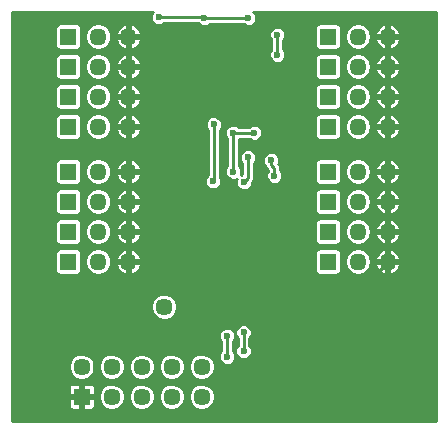
<source format=gbr>
G04 #@! TF.FileFunction,Copper,L2,Bot,Signal*
%FSLAX46Y46*%
G04 Gerber Fmt 4.6, Leading zero omitted, Abs format (unit mm)*
G04 Created by KiCad (PCBNEW 4.0.2-stable) date Monday, September 10, 2018 'AMt' 09:19:22 AM*
%MOMM*%
G01*
G04 APERTURE LIST*
%ADD10C,0.025400*%
%ADD11R,1.450000X1.450000*%
%ADD12C,1.450000*%
%ADD13C,1.445000*%
%ADD14O,1.450000X1.450000*%
%ADD15C,0.600000*%
%ADD16C,0.250000*%
%ADD17C,0.254000*%
G04 APERTURE END LIST*
D10*
D11*
X133350000Y-124460000D03*
D12*
X133350000Y-121920000D03*
X135890000Y-124460000D03*
X135890000Y-121920000D03*
X138430000Y-124460000D03*
D13*
X138430000Y-121920000D03*
D12*
X140970000Y-124460000D03*
X140970000Y-121920000D03*
X143510000Y-124460000D03*
X143510000Y-121920000D03*
D11*
X132207000Y-105410000D03*
D14*
X134747000Y-105410000D03*
X137287000Y-105410000D03*
D11*
X132207000Y-107950000D03*
D14*
X134747000Y-107950000D03*
X137287000Y-107950000D03*
D11*
X132207000Y-110490000D03*
D14*
X134747000Y-110490000D03*
X137287000Y-110490000D03*
D11*
X132207000Y-113030000D03*
D14*
X134747000Y-113030000D03*
X137287000Y-113030000D03*
D11*
X154178000Y-113030000D03*
D14*
X156718000Y-113030000D03*
X159258000Y-113030000D03*
D11*
X154178000Y-110490000D03*
D14*
X156718000Y-110490000D03*
X159258000Y-110490000D03*
D11*
X154178000Y-107950000D03*
D14*
X156718000Y-107950000D03*
X159258000Y-107950000D03*
D11*
X154178000Y-105410000D03*
D14*
X156718000Y-105410000D03*
X159258000Y-105410000D03*
D11*
X132207000Y-93980000D03*
D14*
X134747000Y-93980000D03*
X137287000Y-93980000D03*
D11*
X132207000Y-96520000D03*
D14*
X134747000Y-96520000D03*
X137287000Y-96520000D03*
D11*
X132207000Y-99060000D03*
D14*
X134747000Y-99060000D03*
X137287000Y-99060000D03*
D11*
X132207000Y-101600000D03*
D14*
X134747000Y-101600000D03*
X137287000Y-101600000D03*
D11*
X154178000Y-101600000D03*
D14*
X156718000Y-101600000D03*
X159258000Y-101600000D03*
D11*
X154178000Y-99060000D03*
D14*
X156718000Y-99060000D03*
X159258000Y-99060000D03*
D11*
X154178000Y-96520000D03*
D14*
X156718000Y-96520000D03*
X159258000Y-96520000D03*
D11*
X154178000Y-93980000D03*
D14*
X156718000Y-93980000D03*
X159258000Y-93980000D03*
D12*
X140335000Y-116840000D03*
D15*
X147955000Y-102108006D03*
X145669000Y-121094496D03*
X146177000Y-102108000D03*
X147421604Y-92405200D03*
X143713200Y-92405200D03*
X139852400Y-92354400D03*
X146177000Y-105410000D03*
X145669000Y-119303800D03*
X132664200Y-117475000D03*
X148145502Y-125412500D03*
X143751578Y-101363160D03*
X150685500Y-93599000D03*
X150926800Y-103378000D03*
X147066806Y-93117668D03*
X143256000Y-93116400D03*
X143306800Y-103378000D03*
X143738600Y-112141000D03*
X145288000Y-105152000D03*
X153273400Y-120665600D03*
X147421600Y-104216200D03*
X147091400Y-106293588D03*
X147040600Y-119024400D03*
X147040600Y-120599200D03*
X144462500Y-106235500D03*
X144526004Y-101409500D03*
X149656800Y-105765600D03*
X149383974Y-104442220D03*
X149910800Y-95529400D03*
X149910800Y-93827600D03*
D16*
X147954994Y-102108000D02*
X147955000Y-102108006D01*
X146177000Y-102108000D02*
X147954994Y-102108000D01*
X145669000Y-119303800D02*
X145669000Y-121094496D01*
X146177000Y-102488994D02*
X146177000Y-102108000D01*
X146997340Y-92405200D02*
X147421604Y-92405200D01*
X143865600Y-92405200D02*
X146997340Y-92405200D01*
X143814800Y-92354400D02*
X143865600Y-92405200D01*
X143764000Y-92405200D02*
X143713200Y-92405200D01*
X143814800Y-92354400D02*
X143764000Y-92405200D01*
X139852400Y-92354400D02*
X143814800Y-92354400D01*
X146177000Y-104985736D02*
X146177000Y-105410000D01*
X146177000Y-102488994D02*
X146177000Y-104985736D01*
X137287000Y-113030000D02*
X137287000Y-117551200D01*
X137287000Y-117551200D02*
X137287000Y-119354600D01*
X132664200Y-117475000D02*
X137210800Y-117475000D01*
X137210800Y-117475000D02*
X137287000Y-117551200D01*
X134325000Y-124460000D02*
X135577499Y-125712499D01*
X135577499Y-125712499D02*
X147845503Y-125712499D01*
X133350000Y-124460000D02*
X134325000Y-124460000D01*
X147845503Y-125712499D02*
X148145502Y-125412500D01*
X148526500Y-125412500D02*
X148145502Y-125412500D01*
X153273400Y-120665600D02*
X148526500Y-125412500D01*
X143256000Y-93116400D02*
X143256000Y-100867582D01*
X143451579Y-101663159D02*
X143751578Y-101363160D01*
X143306800Y-103378000D02*
X143306800Y-101807938D01*
X143751578Y-100938896D02*
X143751578Y-101363160D01*
X143306800Y-101807938D02*
X143451579Y-101663159D01*
X143451579Y-101063161D02*
X143751578Y-101363160D01*
X137287000Y-101600000D02*
X143514738Y-101600000D01*
X143256000Y-100867582D02*
X143451579Y-101063161D01*
X143514738Y-101600000D02*
X143751578Y-101363160D01*
X150926800Y-103378000D02*
X148231699Y-100682899D01*
X144007575Y-100682899D02*
X143751578Y-100938896D01*
X148231699Y-100682899D02*
X144007575Y-100682899D01*
X150204168Y-93117668D02*
X150385501Y-93299001D01*
X150385501Y-93299001D02*
X150685500Y-93599000D01*
X147066806Y-93117668D02*
X150204168Y-93117668D01*
X159258000Y-105410000D02*
X159258000Y-103479600D01*
X159258000Y-103479600D02*
X159258000Y-101600000D01*
X150926800Y-103378000D02*
X159156400Y-103378000D01*
X159156400Y-103378000D02*
X159258000Y-103479600D01*
X147065538Y-93116400D02*
X147066806Y-93117668D01*
X143256000Y-93116400D02*
X147065538Y-93116400D01*
X143002000Y-119380000D02*
X137312400Y-119380000D01*
X137312400Y-119380000D02*
X136398000Y-119380000D01*
X137287000Y-119354600D02*
X137312400Y-119380000D01*
X145288000Y-105152000D02*
X145288000Y-112166400D01*
X145288000Y-112166400D02*
X145288000Y-117094000D01*
X143738600Y-112141000D02*
X145262600Y-112141000D01*
X145262600Y-112141000D02*
X145288000Y-112166400D01*
X137287000Y-113030000D02*
X137287000Y-110490000D01*
X137287000Y-107950000D02*
X137287000Y-110490000D01*
X137287000Y-105410000D02*
X137287000Y-107950000D01*
X137287000Y-105410000D02*
X137287000Y-101600000D01*
X137287000Y-99060000D02*
X137287000Y-101600000D01*
X137287000Y-96520000D02*
X137287000Y-99060000D01*
X137287000Y-93980000D02*
X137287000Y-95005304D01*
X137287000Y-95005304D02*
X137287000Y-96520000D01*
X159258000Y-96520000D02*
X159258000Y-95494696D01*
X159258000Y-95494696D02*
X159258000Y-93980000D01*
X159258000Y-99060000D02*
X159258000Y-98034696D01*
X159258000Y-98034696D02*
X159258000Y-96520000D01*
X159258000Y-101600000D02*
X159258000Y-99060000D01*
X159258000Y-107950000D02*
X159258000Y-106924696D01*
X159258000Y-106924696D02*
X159258000Y-105410000D01*
X159258000Y-110490000D02*
X159258000Y-109464696D01*
X159258000Y-109464696D02*
X159258000Y-107950000D01*
X159258000Y-113030000D02*
X159258000Y-110490000D01*
X159258000Y-113030000D02*
X153273400Y-119014600D01*
X153273400Y-119014600D02*
X153273400Y-120665600D01*
X136398000Y-119380000D02*
X134374601Y-121403399D01*
X134374601Y-121403399D02*
X134374601Y-122460399D01*
X134374601Y-122460399D02*
X133350000Y-123485000D01*
X133350000Y-123485000D02*
X133350000Y-124460000D01*
X145288000Y-117094000D02*
X143002000Y-119380000D01*
X147091400Y-106293588D02*
X147421600Y-105963388D01*
X147421600Y-105963388D02*
X147421600Y-104216200D01*
X147040600Y-120174936D02*
X147040600Y-119024400D01*
X147040600Y-120599200D02*
X147040600Y-120174936D01*
X147091400Y-120548400D02*
X147040600Y-120599200D01*
X144526004Y-101409500D02*
X144526004Y-106171996D01*
X144526004Y-106171996D02*
X144462500Y-106235500D01*
X149656800Y-105139310D02*
X149656800Y-105765600D01*
X149383974Y-104442220D02*
X149383974Y-104866484D01*
X149383974Y-104866484D02*
X149656800Y-105139310D01*
X149910800Y-94251864D02*
X149910800Y-95529400D01*
X149910800Y-93827600D02*
X149910800Y-94251864D01*
D17*
G36*
X139275413Y-91968141D02*
X139171518Y-92218346D01*
X139171282Y-92489265D01*
X139274739Y-92739652D01*
X139466141Y-92931387D01*
X139716346Y-93035282D01*
X139987265Y-93035518D01*
X140237652Y-92932061D01*
X140309438Y-92860400D01*
X143205366Y-92860400D01*
X143326941Y-92982187D01*
X143577146Y-93086082D01*
X143848065Y-93086318D01*
X144098452Y-92982861D01*
X144170238Y-92911200D01*
X146964481Y-92911200D01*
X147035345Y-92982187D01*
X147285550Y-93086082D01*
X147556469Y-93086318D01*
X147806856Y-92982861D01*
X147998591Y-92791459D01*
X148102486Y-92541254D01*
X148102722Y-92270335D01*
X147999265Y-92019948D01*
X147875532Y-91896000D01*
X163374000Y-91896000D01*
X163374000Y-126544000D01*
X127456000Y-126544000D01*
X127456000Y-124682250D01*
X132244000Y-124682250D01*
X132244000Y-125260785D01*
X132302004Y-125400819D01*
X132409180Y-125507996D01*
X132549214Y-125566000D01*
X133127750Y-125566000D01*
X133223000Y-125470750D01*
X133223000Y-124587000D01*
X133477000Y-124587000D01*
X133477000Y-125470750D01*
X133572250Y-125566000D01*
X134150786Y-125566000D01*
X134290820Y-125507996D01*
X134397996Y-125400819D01*
X134456000Y-125260785D01*
X134456000Y-124682250D01*
X134452782Y-124679032D01*
X134783808Y-124679032D01*
X134951832Y-125085680D01*
X135262683Y-125397075D01*
X135669038Y-125565808D01*
X136109032Y-125566192D01*
X136515680Y-125398168D01*
X136827075Y-125087317D01*
X136995808Y-124680962D01*
X136995809Y-124679032D01*
X137323808Y-124679032D01*
X137491832Y-125085680D01*
X137802683Y-125397075D01*
X138209038Y-125565808D01*
X138649032Y-125566192D01*
X139055680Y-125398168D01*
X139367075Y-125087317D01*
X139535808Y-124680962D01*
X139535809Y-124679032D01*
X139863808Y-124679032D01*
X140031832Y-125085680D01*
X140342683Y-125397075D01*
X140749038Y-125565808D01*
X141189032Y-125566192D01*
X141595680Y-125398168D01*
X141907075Y-125087317D01*
X142075808Y-124680962D01*
X142075809Y-124679032D01*
X142403808Y-124679032D01*
X142571832Y-125085680D01*
X142882683Y-125397075D01*
X143289038Y-125565808D01*
X143729032Y-125566192D01*
X144135680Y-125398168D01*
X144447075Y-125087317D01*
X144615808Y-124680962D01*
X144616192Y-124240968D01*
X144448168Y-123834320D01*
X144137317Y-123522925D01*
X143730962Y-123354192D01*
X143290968Y-123353808D01*
X142884320Y-123521832D01*
X142572925Y-123832683D01*
X142404192Y-124239038D01*
X142403808Y-124679032D01*
X142075809Y-124679032D01*
X142076192Y-124240968D01*
X141908168Y-123834320D01*
X141597317Y-123522925D01*
X141190962Y-123354192D01*
X140750968Y-123353808D01*
X140344320Y-123521832D01*
X140032925Y-123832683D01*
X139864192Y-124239038D01*
X139863808Y-124679032D01*
X139535809Y-124679032D01*
X139536192Y-124240968D01*
X139368168Y-123834320D01*
X139057317Y-123522925D01*
X138650962Y-123354192D01*
X138210968Y-123353808D01*
X137804320Y-123521832D01*
X137492925Y-123832683D01*
X137324192Y-124239038D01*
X137323808Y-124679032D01*
X136995809Y-124679032D01*
X136996192Y-124240968D01*
X136828168Y-123834320D01*
X136517317Y-123522925D01*
X136110962Y-123354192D01*
X135670968Y-123353808D01*
X135264320Y-123521832D01*
X134952925Y-123832683D01*
X134784192Y-124239038D01*
X134783808Y-124679032D01*
X134452782Y-124679032D01*
X134360750Y-124587000D01*
X133477000Y-124587000D01*
X133223000Y-124587000D01*
X132339250Y-124587000D01*
X132244000Y-124682250D01*
X127456000Y-124682250D01*
X127456000Y-123659215D01*
X132244000Y-123659215D01*
X132244000Y-124237750D01*
X132339250Y-124333000D01*
X133223000Y-124333000D01*
X133223000Y-123449250D01*
X133477000Y-123449250D01*
X133477000Y-124333000D01*
X134360750Y-124333000D01*
X134456000Y-124237750D01*
X134456000Y-123659215D01*
X134397996Y-123519181D01*
X134290820Y-123412004D01*
X134150786Y-123354000D01*
X133572250Y-123354000D01*
X133477000Y-123449250D01*
X133223000Y-123449250D01*
X133127750Y-123354000D01*
X132549214Y-123354000D01*
X132409180Y-123412004D01*
X132302004Y-123519181D01*
X132244000Y-123659215D01*
X127456000Y-123659215D01*
X127456000Y-122139032D01*
X132243808Y-122139032D01*
X132411832Y-122545680D01*
X132722683Y-122857075D01*
X133129038Y-123025808D01*
X133569032Y-123026192D01*
X133975680Y-122858168D01*
X134287075Y-122547317D01*
X134455808Y-122140962D01*
X134455809Y-122139032D01*
X134783808Y-122139032D01*
X134951832Y-122545680D01*
X135262683Y-122857075D01*
X135669038Y-123025808D01*
X136109032Y-123026192D01*
X136515680Y-122858168D01*
X136827075Y-122547317D01*
X136995808Y-122140962D01*
X136995810Y-122138537D01*
X137326309Y-122138537D01*
X137493953Y-122544266D01*
X137804101Y-122854956D01*
X138209537Y-123023308D01*
X138648537Y-123023691D01*
X139054266Y-122856047D01*
X139364956Y-122545899D01*
X139533308Y-122140463D01*
X139533309Y-122139032D01*
X139863808Y-122139032D01*
X140031832Y-122545680D01*
X140342683Y-122857075D01*
X140749038Y-123025808D01*
X141189032Y-123026192D01*
X141595680Y-122858168D01*
X141907075Y-122547317D01*
X142075808Y-122140962D01*
X142075809Y-122139032D01*
X142403808Y-122139032D01*
X142571832Y-122545680D01*
X142882683Y-122857075D01*
X143289038Y-123025808D01*
X143729032Y-123026192D01*
X144135680Y-122858168D01*
X144447075Y-122547317D01*
X144615808Y-122140962D01*
X144616192Y-121700968D01*
X144448168Y-121294320D01*
X144137317Y-120982925D01*
X143730962Y-120814192D01*
X143290968Y-120813808D01*
X142884320Y-120981832D01*
X142572925Y-121292683D01*
X142404192Y-121699038D01*
X142403808Y-122139032D01*
X142075809Y-122139032D01*
X142076192Y-121700968D01*
X141908168Y-121294320D01*
X141597317Y-120982925D01*
X141190962Y-120814192D01*
X140750968Y-120813808D01*
X140344320Y-120981832D01*
X140032925Y-121292683D01*
X139864192Y-121699038D01*
X139863808Y-122139032D01*
X139533309Y-122139032D01*
X139533691Y-121701463D01*
X139366047Y-121295734D01*
X139055899Y-120985044D01*
X138650463Y-120816692D01*
X138211463Y-120816309D01*
X137805734Y-120983953D01*
X137495044Y-121294101D01*
X137326692Y-121699537D01*
X137326309Y-122138537D01*
X136995810Y-122138537D01*
X136996192Y-121700968D01*
X136828168Y-121294320D01*
X136517317Y-120982925D01*
X136110962Y-120814192D01*
X135670968Y-120813808D01*
X135264320Y-120981832D01*
X134952925Y-121292683D01*
X134784192Y-121699038D01*
X134783808Y-122139032D01*
X134455809Y-122139032D01*
X134456192Y-121700968D01*
X134288168Y-121294320D01*
X133977317Y-120982925D01*
X133570962Y-120814192D01*
X133130968Y-120813808D01*
X132724320Y-120981832D01*
X132412925Y-121292683D01*
X132244192Y-121699038D01*
X132243808Y-122139032D01*
X127456000Y-122139032D01*
X127456000Y-119438665D01*
X144987882Y-119438665D01*
X145091339Y-119689052D01*
X145163000Y-119760838D01*
X145163000Y-120637373D01*
X145092013Y-120708237D01*
X144988118Y-120958442D01*
X144987882Y-121229361D01*
X145091339Y-121479748D01*
X145282741Y-121671483D01*
X145532946Y-121775378D01*
X145803865Y-121775614D01*
X146054252Y-121672157D01*
X146245987Y-121480755D01*
X146349882Y-121230550D01*
X146350118Y-120959631D01*
X146246661Y-120709244D01*
X146175000Y-120637458D01*
X146175000Y-119760923D01*
X146245987Y-119690059D01*
X146349882Y-119439854D01*
X146350118Y-119168935D01*
X146346123Y-119159265D01*
X146359482Y-119159265D01*
X146462939Y-119409652D01*
X146534600Y-119481438D01*
X146534600Y-120142077D01*
X146463613Y-120212941D01*
X146359718Y-120463146D01*
X146359482Y-120734065D01*
X146462939Y-120984452D01*
X146654341Y-121176187D01*
X146904546Y-121280082D01*
X147175465Y-121280318D01*
X147425852Y-121176861D01*
X147617587Y-120985459D01*
X147721482Y-120735254D01*
X147721718Y-120464335D01*
X147618261Y-120213948D01*
X147546600Y-120142162D01*
X147546600Y-119481523D01*
X147617587Y-119410659D01*
X147721482Y-119160454D01*
X147721718Y-118889535D01*
X147618261Y-118639148D01*
X147426859Y-118447413D01*
X147176654Y-118343518D01*
X146905735Y-118343282D01*
X146655348Y-118446739D01*
X146463613Y-118638141D01*
X146359718Y-118888346D01*
X146359482Y-119159265D01*
X146346123Y-119159265D01*
X146246661Y-118918548D01*
X146055259Y-118726813D01*
X145805054Y-118622918D01*
X145534135Y-118622682D01*
X145283748Y-118726139D01*
X145092013Y-118917541D01*
X144988118Y-119167746D01*
X144987882Y-119438665D01*
X127456000Y-119438665D01*
X127456000Y-117059032D01*
X139228808Y-117059032D01*
X139396832Y-117465680D01*
X139707683Y-117777075D01*
X140114038Y-117945808D01*
X140554032Y-117946192D01*
X140960680Y-117778168D01*
X141272075Y-117467317D01*
X141440808Y-117060962D01*
X141441192Y-116620968D01*
X141273168Y-116214320D01*
X140962317Y-115902925D01*
X140555962Y-115734192D01*
X140115968Y-115733808D01*
X139709320Y-115901832D01*
X139397925Y-116212683D01*
X139229192Y-116619038D01*
X139228808Y-117059032D01*
X127456000Y-117059032D01*
X127456000Y-112305000D01*
X131093536Y-112305000D01*
X131093536Y-113755000D01*
X131120103Y-113896190D01*
X131203546Y-114025865D01*
X131330866Y-114112859D01*
X131482000Y-114143464D01*
X132932000Y-114143464D01*
X133073190Y-114116897D01*
X133202865Y-114033454D01*
X133289859Y-113906134D01*
X133320464Y-113755000D01*
X133320464Y-113008332D01*
X133641000Y-113008332D01*
X133641000Y-113051668D01*
X133725189Y-113474916D01*
X133964940Y-113833728D01*
X134323752Y-114073479D01*
X134747000Y-114157668D01*
X135170248Y-114073479D01*
X135529060Y-113833728D01*
X135768811Y-113474916D01*
X135798171Y-113327310D01*
X136221697Y-113327310D01*
X136416564Y-113712352D01*
X136743947Y-113993512D01*
X136989692Y-114095290D01*
X137160000Y-114032740D01*
X137160000Y-113157000D01*
X137414000Y-113157000D01*
X137414000Y-114032740D01*
X137584308Y-114095290D01*
X137830053Y-113993512D01*
X138157436Y-113712352D01*
X138352303Y-113327310D01*
X138290447Y-113157000D01*
X137414000Y-113157000D01*
X137160000Y-113157000D01*
X136283553Y-113157000D01*
X136221697Y-113327310D01*
X135798171Y-113327310D01*
X135853000Y-113051668D01*
X135853000Y-113008332D01*
X135798172Y-112732690D01*
X136221697Y-112732690D01*
X136283553Y-112903000D01*
X137160000Y-112903000D01*
X137160000Y-112027260D01*
X137414000Y-112027260D01*
X137414000Y-112903000D01*
X138290447Y-112903000D01*
X138352303Y-112732690D01*
X138157436Y-112347648D01*
X138107777Y-112305000D01*
X153064536Y-112305000D01*
X153064536Y-113755000D01*
X153091103Y-113896190D01*
X153174546Y-114025865D01*
X153301866Y-114112859D01*
X153453000Y-114143464D01*
X154903000Y-114143464D01*
X155044190Y-114116897D01*
X155173865Y-114033454D01*
X155260859Y-113906134D01*
X155291464Y-113755000D01*
X155291464Y-113008332D01*
X155612000Y-113008332D01*
X155612000Y-113051668D01*
X155696189Y-113474916D01*
X155935940Y-113833728D01*
X156294752Y-114073479D01*
X156718000Y-114157668D01*
X157141248Y-114073479D01*
X157500060Y-113833728D01*
X157739811Y-113474916D01*
X157769171Y-113327310D01*
X158192697Y-113327310D01*
X158387564Y-113712352D01*
X158714947Y-113993512D01*
X158960692Y-114095290D01*
X159131000Y-114032740D01*
X159131000Y-113157000D01*
X159385000Y-113157000D01*
X159385000Y-114032740D01*
X159555308Y-114095290D01*
X159801053Y-113993512D01*
X160128436Y-113712352D01*
X160323303Y-113327310D01*
X160261447Y-113157000D01*
X159385000Y-113157000D01*
X159131000Y-113157000D01*
X158254553Y-113157000D01*
X158192697Y-113327310D01*
X157769171Y-113327310D01*
X157824000Y-113051668D01*
X157824000Y-113008332D01*
X157769172Y-112732690D01*
X158192697Y-112732690D01*
X158254553Y-112903000D01*
X159131000Y-112903000D01*
X159131000Y-112027260D01*
X159385000Y-112027260D01*
X159385000Y-112903000D01*
X160261447Y-112903000D01*
X160323303Y-112732690D01*
X160128436Y-112347648D01*
X159801053Y-112066488D01*
X159555308Y-111964710D01*
X159385000Y-112027260D01*
X159131000Y-112027260D01*
X158960692Y-111964710D01*
X158714947Y-112066488D01*
X158387564Y-112347648D01*
X158192697Y-112732690D01*
X157769172Y-112732690D01*
X157739811Y-112585084D01*
X157500060Y-112226272D01*
X157141248Y-111986521D01*
X156718000Y-111902332D01*
X156294752Y-111986521D01*
X155935940Y-112226272D01*
X155696189Y-112585084D01*
X155612000Y-113008332D01*
X155291464Y-113008332D01*
X155291464Y-112305000D01*
X155264897Y-112163810D01*
X155181454Y-112034135D01*
X155054134Y-111947141D01*
X154903000Y-111916536D01*
X153453000Y-111916536D01*
X153311810Y-111943103D01*
X153182135Y-112026546D01*
X153095141Y-112153866D01*
X153064536Y-112305000D01*
X138107777Y-112305000D01*
X137830053Y-112066488D01*
X137584308Y-111964710D01*
X137414000Y-112027260D01*
X137160000Y-112027260D01*
X136989692Y-111964710D01*
X136743947Y-112066488D01*
X136416564Y-112347648D01*
X136221697Y-112732690D01*
X135798172Y-112732690D01*
X135768811Y-112585084D01*
X135529060Y-112226272D01*
X135170248Y-111986521D01*
X134747000Y-111902332D01*
X134323752Y-111986521D01*
X133964940Y-112226272D01*
X133725189Y-112585084D01*
X133641000Y-113008332D01*
X133320464Y-113008332D01*
X133320464Y-112305000D01*
X133293897Y-112163810D01*
X133210454Y-112034135D01*
X133083134Y-111947141D01*
X132932000Y-111916536D01*
X131482000Y-111916536D01*
X131340810Y-111943103D01*
X131211135Y-112026546D01*
X131124141Y-112153866D01*
X131093536Y-112305000D01*
X127456000Y-112305000D01*
X127456000Y-109765000D01*
X131093536Y-109765000D01*
X131093536Y-111215000D01*
X131120103Y-111356190D01*
X131203546Y-111485865D01*
X131330866Y-111572859D01*
X131482000Y-111603464D01*
X132932000Y-111603464D01*
X133073190Y-111576897D01*
X133202865Y-111493454D01*
X133289859Y-111366134D01*
X133320464Y-111215000D01*
X133320464Y-110468332D01*
X133641000Y-110468332D01*
X133641000Y-110511668D01*
X133725189Y-110934916D01*
X133964940Y-111293728D01*
X134323752Y-111533479D01*
X134747000Y-111617668D01*
X135170248Y-111533479D01*
X135529060Y-111293728D01*
X135768811Y-110934916D01*
X135798171Y-110787310D01*
X136221697Y-110787310D01*
X136416564Y-111172352D01*
X136743947Y-111453512D01*
X136989692Y-111555290D01*
X137160000Y-111492740D01*
X137160000Y-110617000D01*
X137414000Y-110617000D01*
X137414000Y-111492740D01*
X137584308Y-111555290D01*
X137830053Y-111453512D01*
X138157436Y-111172352D01*
X138352303Y-110787310D01*
X138290447Y-110617000D01*
X137414000Y-110617000D01*
X137160000Y-110617000D01*
X136283553Y-110617000D01*
X136221697Y-110787310D01*
X135798171Y-110787310D01*
X135853000Y-110511668D01*
X135853000Y-110468332D01*
X135798172Y-110192690D01*
X136221697Y-110192690D01*
X136283553Y-110363000D01*
X137160000Y-110363000D01*
X137160000Y-109487260D01*
X137414000Y-109487260D01*
X137414000Y-110363000D01*
X138290447Y-110363000D01*
X138352303Y-110192690D01*
X138157436Y-109807648D01*
X138107777Y-109765000D01*
X153064536Y-109765000D01*
X153064536Y-111215000D01*
X153091103Y-111356190D01*
X153174546Y-111485865D01*
X153301866Y-111572859D01*
X153453000Y-111603464D01*
X154903000Y-111603464D01*
X155044190Y-111576897D01*
X155173865Y-111493454D01*
X155260859Y-111366134D01*
X155291464Y-111215000D01*
X155291464Y-110468332D01*
X155612000Y-110468332D01*
X155612000Y-110511668D01*
X155696189Y-110934916D01*
X155935940Y-111293728D01*
X156294752Y-111533479D01*
X156718000Y-111617668D01*
X157141248Y-111533479D01*
X157500060Y-111293728D01*
X157739811Y-110934916D01*
X157769171Y-110787310D01*
X158192697Y-110787310D01*
X158387564Y-111172352D01*
X158714947Y-111453512D01*
X158960692Y-111555290D01*
X159131000Y-111492740D01*
X159131000Y-110617000D01*
X159385000Y-110617000D01*
X159385000Y-111492740D01*
X159555308Y-111555290D01*
X159801053Y-111453512D01*
X160128436Y-111172352D01*
X160323303Y-110787310D01*
X160261447Y-110617000D01*
X159385000Y-110617000D01*
X159131000Y-110617000D01*
X158254553Y-110617000D01*
X158192697Y-110787310D01*
X157769171Y-110787310D01*
X157824000Y-110511668D01*
X157824000Y-110468332D01*
X157769172Y-110192690D01*
X158192697Y-110192690D01*
X158254553Y-110363000D01*
X159131000Y-110363000D01*
X159131000Y-109487260D01*
X159385000Y-109487260D01*
X159385000Y-110363000D01*
X160261447Y-110363000D01*
X160323303Y-110192690D01*
X160128436Y-109807648D01*
X159801053Y-109526488D01*
X159555308Y-109424710D01*
X159385000Y-109487260D01*
X159131000Y-109487260D01*
X158960692Y-109424710D01*
X158714947Y-109526488D01*
X158387564Y-109807648D01*
X158192697Y-110192690D01*
X157769172Y-110192690D01*
X157739811Y-110045084D01*
X157500060Y-109686272D01*
X157141248Y-109446521D01*
X156718000Y-109362332D01*
X156294752Y-109446521D01*
X155935940Y-109686272D01*
X155696189Y-110045084D01*
X155612000Y-110468332D01*
X155291464Y-110468332D01*
X155291464Y-109765000D01*
X155264897Y-109623810D01*
X155181454Y-109494135D01*
X155054134Y-109407141D01*
X154903000Y-109376536D01*
X153453000Y-109376536D01*
X153311810Y-109403103D01*
X153182135Y-109486546D01*
X153095141Y-109613866D01*
X153064536Y-109765000D01*
X138107777Y-109765000D01*
X137830053Y-109526488D01*
X137584308Y-109424710D01*
X137414000Y-109487260D01*
X137160000Y-109487260D01*
X136989692Y-109424710D01*
X136743947Y-109526488D01*
X136416564Y-109807648D01*
X136221697Y-110192690D01*
X135798172Y-110192690D01*
X135768811Y-110045084D01*
X135529060Y-109686272D01*
X135170248Y-109446521D01*
X134747000Y-109362332D01*
X134323752Y-109446521D01*
X133964940Y-109686272D01*
X133725189Y-110045084D01*
X133641000Y-110468332D01*
X133320464Y-110468332D01*
X133320464Y-109765000D01*
X133293897Y-109623810D01*
X133210454Y-109494135D01*
X133083134Y-109407141D01*
X132932000Y-109376536D01*
X131482000Y-109376536D01*
X131340810Y-109403103D01*
X131211135Y-109486546D01*
X131124141Y-109613866D01*
X131093536Y-109765000D01*
X127456000Y-109765000D01*
X127456000Y-107225000D01*
X131093536Y-107225000D01*
X131093536Y-108675000D01*
X131120103Y-108816190D01*
X131203546Y-108945865D01*
X131330866Y-109032859D01*
X131482000Y-109063464D01*
X132932000Y-109063464D01*
X133073190Y-109036897D01*
X133202865Y-108953454D01*
X133289859Y-108826134D01*
X133320464Y-108675000D01*
X133320464Y-107928332D01*
X133641000Y-107928332D01*
X133641000Y-107971668D01*
X133725189Y-108394916D01*
X133964940Y-108753728D01*
X134323752Y-108993479D01*
X134747000Y-109077668D01*
X135170248Y-108993479D01*
X135529060Y-108753728D01*
X135768811Y-108394916D01*
X135798171Y-108247310D01*
X136221697Y-108247310D01*
X136416564Y-108632352D01*
X136743947Y-108913512D01*
X136989692Y-109015290D01*
X137160000Y-108952740D01*
X137160000Y-108077000D01*
X137414000Y-108077000D01*
X137414000Y-108952740D01*
X137584308Y-109015290D01*
X137830053Y-108913512D01*
X138157436Y-108632352D01*
X138352303Y-108247310D01*
X138290447Y-108077000D01*
X137414000Y-108077000D01*
X137160000Y-108077000D01*
X136283553Y-108077000D01*
X136221697Y-108247310D01*
X135798171Y-108247310D01*
X135853000Y-107971668D01*
X135853000Y-107928332D01*
X135798172Y-107652690D01*
X136221697Y-107652690D01*
X136283553Y-107823000D01*
X137160000Y-107823000D01*
X137160000Y-106947260D01*
X137414000Y-106947260D01*
X137414000Y-107823000D01*
X138290447Y-107823000D01*
X138352303Y-107652690D01*
X138157436Y-107267648D01*
X138107777Y-107225000D01*
X153064536Y-107225000D01*
X153064536Y-108675000D01*
X153091103Y-108816190D01*
X153174546Y-108945865D01*
X153301866Y-109032859D01*
X153453000Y-109063464D01*
X154903000Y-109063464D01*
X155044190Y-109036897D01*
X155173865Y-108953454D01*
X155260859Y-108826134D01*
X155291464Y-108675000D01*
X155291464Y-107928332D01*
X155612000Y-107928332D01*
X155612000Y-107971668D01*
X155696189Y-108394916D01*
X155935940Y-108753728D01*
X156294752Y-108993479D01*
X156718000Y-109077668D01*
X157141248Y-108993479D01*
X157500060Y-108753728D01*
X157739811Y-108394916D01*
X157769171Y-108247310D01*
X158192697Y-108247310D01*
X158387564Y-108632352D01*
X158714947Y-108913512D01*
X158960692Y-109015290D01*
X159131000Y-108952740D01*
X159131000Y-108077000D01*
X159385000Y-108077000D01*
X159385000Y-108952740D01*
X159555308Y-109015290D01*
X159801053Y-108913512D01*
X160128436Y-108632352D01*
X160323303Y-108247310D01*
X160261447Y-108077000D01*
X159385000Y-108077000D01*
X159131000Y-108077000D01*
X158254553Y-108077000D01*
X158192697Y-108247310D01*
X157769171Y-108247310D01*
X157824000Y-107971668D01*
X157824000Y-107928332D01*
X157769172Y-107652690D01*
X158192697Y-107652690D01*
X158254553Y-107823000D01*
X159131000Y-107823000D01*
X159131000Y-106947260D01*
X159385000Y-106947260D01*
X159385000Y-107823000D01*
X160261447Y-107823000D01*
X160323303Y-107652690D01*
X160128436Y-107267648D01*
X159801053Y-106986488D01*
X159555308Y-106884710D01*
X159385000Y-106947260D01*
X159131000Y-106947260D01*
X158960692Y-106884710D01*
X158714947Y-106986488D01*
X158387564Y-107267648D01*
X158192697Y-107652690D01*
X157769172Y-107652690D01*
X157739811Y-107505084D01*
X157500060Y-107146272D01*
X157141248Y-106906521D01*
X156718000Y-106822332D01*
X156294752Y-106906521D01*
X155935940Y-107146272D01*
X155696189Y-107505084D01*
X155612000Y-107928332D01*
X155291464Y-107928332D01*
X155291464Y-107225000D01*
X155264897Y-107083810D01*
X155181454Y-106954135D01*
X155054134Y-106867141D01*
X154903000Y-106836536D01*
X153453000Y-106836536D01*
X153311810Y-106863103D01*
X153182135Y-106946546D01*
X153095141Y-107073866D01*
X153064536Y-107225000D01*
X138107777Y-107225000D01*
X137830053Y-106986488D01*
X137584308Y-106884710D01*
X137414000Y-106947260D01*
X137160000Y-106947260D01*
X136989692Y-106884710D01*
X136743947Y-106986488D01*
X136416564Y-107267648D01*
X136221697Y-107652690D01*
X135798172Y-107652690D01*
X135768811Y-107505084D01*
X135529060Y-107146272D01*
X135170248Y-106906521D01*
X134747000Y-106822332D01*
X134323752Y-106906521D01*
X133964940Y-107146272D01*
X133725189Y-107505084D01*
X133641000Y-107928332D01*
X133320464Y-107928332D01*
X133320464Y-107225000D01*
X133293897Y-107083810D01*
X133210454Y-106954135D01*
X133083134Y-106867141D01*
X132932000Y-106836536D01*
X131482000Y-106836536D01*
X131340810Y-106863103D01*
X131211135Y-106946546D01*
X131124141Y-107073866D01*
X131093536Y-107225000D01*
X127456000Y-107225000D01*
X127456000Y-104685000D01*
X131093536Y-104685000D01*
X131093536Y-106135000D01*
X131120103Y-106276190D01*
X131203546Y-106405865D01*
X131330866Y-106492859D01*
X131482000Y-106523464D01*
X132932000Y-106523464D01*
X133073190Y-106496897D01*
X133202865Y-106413454D01*
X133289859Y-106286134D01*
X133320464Y-106135000D01*
X133320464Y-105388332D01*
X133641000Y-105388332D01*
X133641000Y-105431668D01*
X133725189Y-105854916D01*
X133964940Y-106213728D01*
X134323752Y-106453479D01*
X134747000Y-106537668D01*
X135170248Y-106453479D01*
X135529060Y-106213728D01*
X135768811Y-105854916D01*
X135798171Y-105707310D01*
X136221697Y-105707310D01*
X136416564Y-106092352D01*
X136743947Y-106373512D01*
X136989692Y-106475290D01*
X137160000Y-106412740D01*
X137160000Y-105537000D01*
X137414000Y-105537000D01*
X137414000Y-106412740D01*
X137584308Y-106475290D01*
X137830053Y-106373512D01*
X137833717Y-106370365D01*
X143781382Y-106370365D01*
X143884839Y-106620752D01*
X144076241Y-106812487D01*
X144326446Y-106916382D01*
X144597365Y-106916618D01*
X144847752Y-106813161D01*
X145039487Y-106621759D01*
X145143382Y-106371554D01*
X145143618Y-106100635D01*
X145040161Y-105850248D01*
X145032004Y-105842077D01*
X145032004Y-102242865D01*
X145495882Y-102242865D01*
X145599339Y-102493252D01*
X145671000Y-102565038D01*
X145671000Y-104952877D01*
X145600013Y-105023741D01*
X145496118Y-105273946D01*
X145495882Y-105544865D01*
X145599339Y-105795252D01*
X145790741Y-105986987D01*
X146040946Y-106090882D01*
X146311865Y-106091118D01*
X146464240Y-106028158D01*
X146410518Y-106157534D01*
X146410282Y-106428453D01*
X146513739Y-106678840D01*
X146705141Y-106870575D01*
X146955346Y-106974470D01*
X147226265Y-106974706D01*
X147476652Y-106871249D01*
X147668387Y-106679847D01*
X147772282Y-106429642D01*
X147772370Y-106328210D01*
X147779396Y-106321184D01*
X147889083Y-106157026D01*
X147927600Y-105963388D01*
X147927600Y-104673323D01*
X147998587Y-104602459D01*
X148009123Y-104577085D01*
X148702856Y-104577085D01*
X148806313Y-104827472D01*
X148886115Y-104907413D01*
X148916491Y-105060122D01*
X149026178Y-105224280D01*
X149130570Y-105328672D01*
X149079813Y-105379341D01*
X148975918Y-105629546D01*
X148975682Y-105900465D01*
X149079139Y-106150852D01*
X149270541Y-106342587D01*
X149520746Y-106446482D01*
X149791665Y-106446718D01*
X150042052Y-106343261D01*
X150233787Y-106151859D01*
X150337682Y-105901654D01*
X150337918Y-105630735D01*
X150234461Y-105380348D01*
X150162800Y-105308562D01*
X150162800Y-105139310D01*
X150124283Y-104945672D01*
X150014596Y-104781514D01*
X149990478Y-104757396D01*
X150020539Y-104685000D01*
X153064536Y-104685000D01*
X153064536Y-106135000D01*
X153091103Y-106276190D01*
X153174546Y-106405865D01*
X153301866Y-106492859D01*
X153453000Y-106523464D01*
X154903000Y-106523464D01*
X155044190Y-106496897D01*
X155173865Y-106413454D01*
X155260859Y-106286134D01*
X155291464Y-106135000D01*
X155291464Y-105388332D01*
X155612000Y-105388332D01*
X155612000Y-105431668D01*
X155696189Y-105854916D01*
X155935940Y-106213728D01*
X156294752Y-106453479D01*
X156718000Y-106537668D01*
X157141248Y-106453479D01*
X157500060Y-106213728D01*
X157739811Y-105854916D01*
X157769171Y-105707310D01*
X158192697Y-105707310D01*
X158387564Y-106092352D01*
X158714947Y-106373512D01*
X158960692Y-106475290D01*
X159131000Y-106412740D01*
X159131000Y-105537000D01*
X159385000Y-105537000D01*
X159385000Y-106412740D01*
X159555308Y-106475290D01*
X159801053Y-106373512D01*
X160128436Y-106092352D01*
X160323303Y-105707310D01*
X160261447Y-105537000D01*
X159385000Y-105537000D01*
X159131000Y-105537000D01*
X158254553Y-105537000D01*
X158192697Y-105707310D01*
X157769171Y-105707310D01*
X157824000Y-105431668D01*
X157824000Y-105388332D01*
X157769172Y-105112690D01*
X158192697Y-105112690D01*
X158254553Y-105283000D01*
X159131000Y-105283000D01*
X159131000Y-104407260D01*
X159385000Y-104407260D01*
X159385000Y-105283000D01*
X160261447Y-105283000D01*
X160323303Y-105112690D01*
X160128436Y-104727648D01*
X159801053Y-104446488D01*
X159555308Y-104344710D01*
X159385000Y-104407260D01*
X159131000Y-104407260D01*
X158960692Y-104344710D01*
X158714947Y-104446488D01*
X158387564Y-104727648D01*
X158192697Y-105112690D01*
X157769172Y-105112690D01*
X157739811Y-104965084D01*
X157500060Y-104606272D01*
X157141248Y-104366521D01*
X156718000Y-104282332D01*
X156294752Y-104366521D01*
X155935940Y-104606272D01*
X155696189Y-104965084D01*
X155612000Y-105388332D01*
X155291464Y-105388332D01*
X155291464Y-104685000D01*
X155264897Y-104543810D01*
X155181454Y-104414135D01*
X155054134Y-104327141D01*
X154903000Y-104296536D01*
X153453000Y-104296536D01*
X153311810Y-104323103D01*
X153182135Y-104406546D01*
X153095141Y-104533866D01*
X153064536Y-104685000D01*
X150020539Y-104685000D01*
X150064856Y-104578274D01*
X150065092Y-104307355D01*
X149961635Y-104056968D01*
X149770233Y-103865233D01*
X149520028Y-103761338D01*
X149249109Y-103761102D01*
X148998722Y-103864559D01*
X148806987Y-104055961D01*
X148703092Y-104306166D01*
X148702856Y-104577085D01*
X148009123Y-104577085D01*
X148102482Y-104352254D01*
X148102718Y-104081335D01*
X147999261Y-103830948D01*
X147807859Y-103639213D01*
X147557654Y-103535318D01*
X147286735Y-103535082D01*
X147036348Y-103638539D01*
X146844613Y-103829941D01*
X146740718Y-104080146D01*
X146740482Y-104351065D01*
X146843939Y-104601452D01*
X146915600Y-104673238D01*
X146915600Y-105629384D01*
X146804160Y-105675430D01*
X146857882Y-105546054D01*
X146858118Y-105275135D01*
X146754661Y-105024748D01*
X146683000Y-104952962D01*
X146683000Y-102614000D01*
X147497871Y-102614000D01*
X147568741Y-102684993D01*
X147818946Y-102788888D01*
X148089865Y-102789124D01*
X148340252Y-102685667D01*
X148531987Y-102494265D01*
X148635882Y-102244060D01*
X148636118Y-101973141D01*
X148532661Y-101722754D01*
X148341259Y-101531019D01*
X148091054Y-101427124D01*
X147820135Y-101426888D01*
X147569748Y-101530345D01*
X147497968Y-101602000D01*
X146634123Y-101602000D01*
X146563259Y-101531013D01*
X146313054Y-101427118D01*
X146042135Y-101426882D01*
X145791748Y-101530339D01*
X145600013Y-101721741D01*
X145496118Y-101971946D01*
X145495882Y-102242865D01*
X145032004Y-102242865D01*
X145032004Y-101866623D01*
X145102991Y-101795759D01*
X145206886Y-101545554D01*
X145207122Y-101274635D01*
X145103665Y-101024248D01*
X144954677Y-100875000D01*
X153064536Y-100875000D01*
X153064536Y-102325000D01*
X153091103Y-102466190D01*
X153174546Y-102595865D01*
X153301866Y-102682859D01*
X153453000Y-102713464D01*
X154903000Y-102713464D01*
X155044190Y-102686897D01*
X155173865Y-102603454D01*
X155260859Y-102476134D01*
X155291464Y-102325000D01*
X155291464Y-101578332D01*
X155612000Y-101578332D01*
X155612000Y-101621668D01*
X155696189Y-102044916D01*
X155935940Y-102403728D01*
X156294752Y-102643479D01*
X156718000Y-102727668D01*
X157141248Y-102643479D01*
X157500060Y-102403728D01*
X157739811Y-102044916D01*
X157769171Y-101897310D01*
X158192697Y-101897310D01*
X158387564Y-102282352D01*
X158714947Y-102563512D01*
X158960692Y-102665290D01*
X159131000Y-102602740D01*
X159131000Y-101727000D01*
X159385000Y-101727000D01*
X159385000Y-102602740D01*
X159555308Y-102665290D01*
X159801053Y-102563512D01*
X160128436Y-102282352D01*
X160323303Y-101897310D01*
X160261447Y-101727000D01*
X159385000Y-101727000D01*
X159131000Y-101727000D01*
X158254553Y-101727000D01*
X158192697Y-101897310D01*
X157769171Y-101897310D01*
X157824000Y-101621668D01*
X157824000Y-101578332D01*
X157769172Y-101302690D01*
X158192697Y-101302690D01*
X158254553Y-101473000D01*
X159131000Y-101473000D01*
X159131000Y-100597260D01*
X159385000Y-100597260D01*
X159385000Y-101473000D01*
X160261447Y-101473000D01*
X160323303Y-101302690D01*
X160128436Y-100917648D01*
X159801053Y-100636488D01*
X159555308Y-100534710D01*
X159385000Y-100597260D01*
X159131000Y-100597260D01*
X158960692Y-100534710D01*
X158714947Y-100636488D01*
X158387564Y-100917648D01*
X158192697Y-101302690D01*
X157769172Y-101302690D01*
X157739811Y-101155084D01*
X157500060Y-100796272D01*
X157141248Y-100556521D01*
X156718000Y-100472332D01*
X156294752Y-100556521D01*
X155935940Y-100796272D01*
X155696189Y-101155084D01*
X155612000Y-101578332D01*
X155291464Y-101578332D01*
X155291464Y-100875000D01*
X155264897Y-100733810D01*
X155181454Y-100604135D01*
X155054134Y-100517141D01*
X154903000Y-100486536D01*
X153453000Y-100486536D01*
X153311810Y-100513103D01*
X153182135Y-100596546D01*
X153095141Y-100723866D01*
X153064536Y-100875000D01*
X144954677Y-100875000D01*
X144912263Y-100832513D01*
X144662058Y-100728618D01*
X144391139Y-100728382D01*
X144140752Y-100831839D01*
X143949017Y-101023241D01*
X143845122Y-101273446D01*
X143844886Y-101544365D01*
X143948343Y-101794752D01*
X144020004Y-101866538D01*
X144020004Y-105714984D01*
X143885513Y-105849241D01*
X143781618Y-106099446D01*
X143781382Y-106370365D01*
X137833717Y-106370365D01*
X138157436Y-106092352D01*
X138352303Y-105707310D01*
X138290447Y-105537000D01*
X137414000Y-105537000D01*
X137160000Y-105537000D01*
X136283553Y-105537000D01*
X136221697Y-105707310D01*
X135798171Y-105707310D01*
X135853000Y-105431668D01*
X135853000Y-105388332D01*
X135798172Y-105112690D01*
X136221697Y-105112690D01*
X136283553Y-105283000D01*
X137160000Y-105283000D01*
X137160000Y-104407260D01*
X137414000Y-104407260D01*
X137414000Y-105283000D01*
X138290447Y-105283000D01*
X138352303Y-105112690D01*
X138157436Y-104727648D01*
X137830053Y-104446488D01*
X137584308Y-104344710D01*
X137414000Y-104407260D01*
X137160000Y-104407260D01*
X136989692Y-104344710D01*
X136743947Y-104446488D01*
X136416564Y-104727648D01*
X136221697Y-105112690D01*
X135798172Y-105112690D01*
X135768811Y-104965084D01*
X135529060Y-104606272D01*
X135170248Y-104366521D01*
X134747000Y-104282332D01*
X134323752Y-104366521D01*
X133964940Y-104606272D01*
X133725189Y-104965084D01*
X133641000Y-105388332D01*
X133320464Y-105388332D01*
X133320464Y-104685000D01*
X133293897Y-104543810D01*
X133210454Y-104414135D01*
X133083134Y-104327141D01*
X132932000Y-104296536D01*
X131482000Y-104296536D01*
X131340810Y-104323103D01*
X131211135Y-104406546D01*
X131124141Y-104533866D01*
X131093536Y-104685000D01*
X127456000Y-104685000D01*
X127456000Y-100875000D01*
X131093536Y-100875000D01*
X131093536Y-102325000D01*
X131120103Y-102466190D01*
X131203546Y-102595865D01*
X131330866Y-102682859D01*
X131482000Y-102713464D01*
X132932000Y-102713464D01*
X133073190Y-102686897D01*
X133202865Y-102603454D01*
X133289859Y-102476134D01*
X133320464Y-102325000D01*
X133320464Y-101578332D01*
X133641000Y-101578332D01*
X133641000Y-101621668D01*
X133725189Y-102044916D01*
X133964940Y-102403728D01*
X134323752Y-102643479D01*
X134747000Y-102727668D01*
X135170248Y-102643479D01*
X135529060Y-102403728D01*
X135768811Y-102044916D01*
X135798171Y-101897310D01*
X136221697Y-101897310D01*
X136416564Y-102282352D01*
X136743947Y-102563512D01*
X136989692Y-102665290D01*
X137160000Y-102602740D01*
X137160000Y-101727000D01*
X137414000Y-101727000D01*
X137414000Y-102602740D01*
X137584308Y-102665290D01*
X137830053Y-102563512D01*
X138157436Y-102282352D01*
X138352303Y-101897310D01*
X138290447Y-101727000D01*
X137414000Y-101727000D01*
X137160000Y-101727000D01*
X136283553Y-101727000D01*
X136221697Y-101897310D01*
X135798171Y-101897310D01*
X135853000Y-101621668D01*
X135853000Y-101578332D01*
X135798172Y-101302690D01*
X136221697Y-101302690D01*
X136283553Y-101473000D01*
X137160000Y-101473000D01*
X137160000Y-100597260D01*
X137414000Y-100597260D01*
X137414000Y-101473000D01*
X138290447Y-101473000D01*
X138352303Y-101302690D01*
X138157436Y-100917648D01*
X137830053Y-100636488D01*
X137584308Y-100534710D01*
X137414000Y-100597260D01*
X137160000Y-100597260D01*
X136989692Y-100534710D01*
X136743947Y-100636488D01*
X136416564Y-100917648D01*
X136221697Y-101302690D01*
X135798172Y-101302690D01*
X135768811Y-101155084D01*
X135529060Y-100796272D01*
X135170248Y-100556521D01*
X134747000Y-100472332D01*
X134323752Y-100556521D01*
X133964940Y-100796272D01*
X133725189Y-101155084D01*
X133641000Y-101578332D01*
X133320464Y-101578332D01*
X133320464Y-100875000D01*
X133293897Y-100733810D01*
X133210454Y-100604135D01*
X133083134Y-100517141D01*
X132932000Y-100486536D01*
X131482000Y-100486536D01*
X131340810Y-100513103D01*
X131211135Y-100596546D01*
X131124141Y-100723866D01*
X131093536Y-100875000D01*
X127456000Y-100875000D01*
X127456000Y-98335000D01*
X131093536Y-98335000D01*
X131093536Y-99785000D01*
X131120103Y-99926190D01*
X131203546Y-100055865D01*
X131330866Y-100142859D01*
X131482000Y-100173464D01*
X132932000Y-100173464D01*
X133073190Y-100146897D01*
X133202865Y-100063454D01*
X133289859Y-99936134D01*
X133320464Y-99785000D01*
X133320464Y-99038332D01*
X133641000Y-99038332D01*
X133641000Y-99081668D01*
X133725189Y-99504916D01*
X133964940Y-99863728D01*
X134323752Y-100103479D01*
X134747000Y-100187668D01*
X135170248Y-100103479D01*
X135529060Y-99863728D01*
X135768811Y-99504916D01*
X135798171Y-99357310D01*
X136221697Y-99357310D01*
X136416564Y-99742352D01*
X136743947Y-100023512D01*
X136989692Y-100125290D01*
X137160000Y-100062740D01*
X137160000Y-99187000D01*
X137414000Y-99187000D01*
X137414000Y-100062740D01*
X137584308Y-100125290D01*
X137830053Y-100023512D01*
X138157436Y-99742352D01*
X138352303Y-99357310D01*
X138290447Y-99187000D01*
X137414000Y-99187000D01*
X137160000Y-99187000D01*
X136283553Y-99187000D01*
X136221697Y-99357310D01*
X135798171Y-99357310D01*
X135853000Y-99081668D01*
X135853000Y-99038332D01*
X135798172Y-98762690D01*
X136221697Y-98762690D01*
X136283553Y-98933000D01*
X137160000Y-98933000D01*
X137160000Y-98057260D01*
X137414000Y-98057260D01*
X137414000Y-98933000D01*
X138290447Y-98933000D01*
X138352303Y-98762690D01*
X138157436Y-98377648D01*
X138107777Y-98335000D01*
X153064536Y-98335000D01*
X153064536Y-99785000D01*
X153091103Y-99926190D01*
X153174546Y-100055865D01*
X153301866Y-100142859D01*
X153453000Y-100173464D01*
X154903000Y-100173464D01*
X155044190Y-100146897D01*
X155173865Y-100063454D01*
X155260859Y-99936134D01*
X155291464Y-99785000D01*
X155291464Y-99038332D01*
X155612000Y-99038332D01*
X155612000Y-99081668D01*
X155696189Y-99504916D01*
X155935940Y-99863728D01*
X156294752Y-100103479D01*
X156718000Y-100187668D01*
X157141248Y-100103479D01*
X157500060Y-99863728D01*
X157739811Y-99504916D01*
X157769171Y-99357310D01*
X158192697Y-99357310D01*
X158387564Y-99742352D01*
X158714947Y-100023512D01*
X158960692Y-100125290D01*
X159131000Y-100062740D01*
X159131000Y-99187000D01*
X159385000Y-99187000D01*
X159385000Y-100062740D01*
X159555308Y-100125290D01*
X159801053Y-100023512D01*
X160128436Y-99742352D01*
X160323303Y-99357310D01*
X160261447Y-99187000D01*
X159385000Y-99187000D01*
X159131000Y-99187000D01*
X158254553Y-99187000D01*
X158192697Y-99357310D01*
X157769171Y-99357310D01*
X157824000Y-99081668D01*
X157824000Y-99038332D01*
X157769172Y-98762690D01*
X158192697Y-98762690D01*
X158254553Y-98933000D01*
X159131000Y-98933000D01*
X159131000Y-98057260D01*
X159385000Y-98057260D01*
X159385000Y-98933000D01*
X160261447Y-98933000D01*
X160323303Y-98762690D01*
X160128436Y-98377648D01*
X159801053Y-98096488D01*
X159555308Y-97994710D01*
X159385000Y-98057260D01*
X159131000Y-98057260D01*
X158960692Y-97994710D01*
X158714947Y-98096488D01*
X158387564Y-98377648D01*
X158192697Y-98762690D01*
X157769172Y-98762690D01*
X157739811Y-98615084D01*
X157500060Y-98256272D01*
X157141248Y-98016521D01*
X156718000Y-97932332D01*
X156294752Y-98016521D01*
X155935940Y-98256272D01*
X155696189Y-98615084D01*
X155612000Y-99038332D01*
X155291464Y-99038332D01*
X155291464Y-98335000D01*
X155264897Y-98193810D01*
X155181454Y-98064135D01*
X155054134Y-97977141D01*
X154903000Y-97946536D01*
X153453000Y-97946536D01*
X153311810Y-97973103D01*
X153182135Y-98056546D01*
X153095141Y-98183866D01*
X153064536Y-98335000D01*
X138107777Y-98335000D01*
X137830053Y-98096488D01*
X137584308Y-97994710D01*
X137414000Y-98057260D01*
X137160000Y-98057260D01*
X136989692Y-97994710D01*
X136743947Y-98096488D01*
X136416564Y-98377648D01*
X136221697Y-98762690D01*
X135798172Y-98762690D01*
X135768811Y-98615084D01*
X135529060Y-98256272D01*
X135170248Y-98016521D01*
X134747000Y-97932332D01*
X134323752Y-98016521D01*
X133964940Y-98256272D01*
X133725189Y-98615084D01*
X133641000Y-99038332D01*
X133320464Y-99038332D01*
X133320464Y-98335000D01*
X133293897Y-98193810D01*
X133210454Y-98064135D01*
X133083134Y-97977141D01*
X132932000Y-97946536D01*
X131482000Y-97946536D01*
X131340810Y-97973103D01*
X131211135Y-98056546D01*
X131124141Y-98183866D01*
X131093536Y-98335000D01*
X127456000Y-98335000D01*
X127456000Y-95795000D01*
X131093536Y-95795000D01*
X131093536Y-97245000D01*
X131120103Y-97386190D01*
X131203546Y-97515865D01*
X131330866Y-97602859D01*
X131482000Y-97633464D01*
X132932000Y-97633464D01*
X133073190Y-97606897D01*
X133202865Y-97523454D01*
X133289859Y-97396134D01*
X133320464Y-97245000D01*
X133320464Y-96498332D01*
X133641000Y-96498332D01*
X133641000Y-96541668D01*
X133725189Y-96964916D01*
X133964940Y-97323728D01*
X134323752Y-97563479D01*
X134747000Y-97647668D01*
X135170248Y-97563479D01*
X135529060Y-97323728D01*
X135768811Y-96964916D01*
X135798171Y-96817310D01*
X136221697Y-96817310D01*
X136416564Y-97202352D01*
X136743947Y-97483512D01*
X136989692Y-97585290D01*
X137160000Y-97522740D01*
X137160000Y-96647000D01*
X137414000Y-96647000D01*
X137414000Y-97522740D01*
X137584308Y-97585290D01*
X137830053Y-97483512D01*
X138157436Y-97202352D01*
X138352303Y-96817310D01*
X138290447Y-96647000D01*
X137414000Y-96647000D01*
X137160000Y-96647000D01*
X136283553Y-96647000D01*
X136221697Y-96817310D01*
X135798171Y-96817310D01*
X135853000Y-96541668D01*
X135853000Y-96498332D01*
X135798172Y-96222690D01*
X136221697Y-96222690D01*
X136283553Y-96393000D01*
X137160000Y-96393000D01*
X137160000Y-95517260D01*
X137414000Y-95517260D01*
X137414000Y-96393000D01*
X138290447Y-96393000D01*
X138352303Y-96222690D01*
X138157436Y-95837648D01*
X137830053Y-95556488D01*
X137584308Y-95454710D01*
X137414000Y-95517260D01*
X137160000Y-95517260D01*
X136989692Y-95454710D01*
X136743947Y-95556488D01*
X136416564Y-95837648D01*
X136221697Y-96222690D01*
X135798172Y-96222690D01*
X135768811Y-96075084D01*
X135529060Y-95716272D01*
X135170248Y-95476521D01*
X134747000Y-95392332D01*
X134323752Y-95476521D01*
X133964940Y-95716272D01*
X133725189Y-96075084D01*
X133641000Y-96498332D01*
X133320464Y-96498332D01*
X133320464Y-95795000D01*
X133293897Y-95653810D01*
X133210454Y-95524135D01*
X133083134Y-95437141D01*
X132932000Y-95406536D01*
X131482000Y-95406536D01*
X131340810Y-95433103D01*
X131211135Y-95516546D01*
X131124141Y-95643866D01*
X131093536Y-95795000D01*
X127456000Y-95795000D01*
X127456000Y-93255000D01*
X131093536Y-93255000D01*
X131093536Y-94705000D01*
X131120103Y-94846190D01*
X131203546Y-94975865D01*
X131330866Y-95062859D01*
X131482000Y-95093464D01*
X132932000Y-95093464D01*
X133073190Y-95066897D01*
X133202865Y-94983454D01*
X133289859Y-94856134D01*
X133320464Y-94705000D01*
X133320464Y-93958332D01*
X133641000Y-93958332D01*
X133641000Y-94001668D01*
X133725189Y-94424916D01*
X133964940Y-94783728D01*
X134323752Y-95023479D01*
X134747000Y-95107668D01*
X135170248Y-95023479D01*
X135529060Y-94783728D01*
X135768811Y-94424916D01*
X135798171Y-94277310D01*
X136221697Y-94277310D01*
X136416564Y-94662352D01*
X136743947Y-94943512D01*
X136989692Y-95045290D01*
X137160000Y-94982740D01*
X137160000Y-94107000D01*
X137414000Y-94107000D01*
X137414000Y-94982740D01*
X137584308Y-95045290D01*
X137830053Y-94943512D01*
X138157436Y-94662352D01*
X138352303Y-94277310D01*
X138290447Y-94107000D01*
X137414000Y-94107000D01*
X137160000Y-94107000D01*
X136283553Y-94107000D01*
X136221697Y-94277310D01*
X135798171Y-94277310D01*
X135853000Y-94001668D01*
X135853000Y-93962465D01*
X149229682Y-93962465D01*
X149333139Y-94212852D01*
X149404800Y-94284638D01*
X149404800Y-95072277D01*
X149333813Y-95143141D01*
X149229918Y-95393346D01*
X149229682Y-95664265D01*
X149333139Y-95914652D01*
X149524541Y-96106387D01*
X149774746Y-96210282D01*
X150045665Y-96210518D01*
X150296052Y-96107061D01*
X150487787Y-95915659D01*
X150537889Y-95795000D01*
X153064536Y-95795000D01*
X153064536Y-97245000D01*
X153091103Y-97386190D01*
X153174546Y-97515865D01*
X153301866Y-97602859D01*
X153453000Y-97633464D01*
X154903000Y-97633464D01*
X155044190Y-97606897D01*
X155173865Y-97523454D01*
X155260859Y-97396134D01*
X155291464Y-97245000D01*
X155291464Y-96498332D01*
X155612000Y-96498332D01*
X155612000Y-96541668D01*
X155696189Y-96964916D01*
X155935940Y-97323728D01*
X156294752Y-97563479D01*
X156718000Y-97647668D01*
X157141248Y-97563479D01*
X157500060Y-97323728D01*
X157739811Y-96964916D01*
X157769171Y-96817310D01*
X158192697Y-96817310D01*
X158387564Y-97202352D01*
X158714947Y-97483512D01*
X158960692Y-97585290D01*
X159131000Y-97522740D01*
X159131000Y-96647000D01*
X159385000Y-96647000D01*
X159385000Y-97522740D01*
X159555308Y-97585290D01*
X159801053Y-97483512D01*
X160128436Y-97202352D01*
X160323303Y-96817310D01*
X160261447Y-96647000D01*
X159385000Y-96647000D01*
X159131000Y-96647000D01*
X158254553Y-96647000D01*
X158192697Y-96817310D01*
X157769171Y-96817310D01*
X157824000Y-96541668D01*
X157824000Y-96498332D01*
X157769172Y-96222690D01*
X158192697Y-96222690D01*
X158254553Y-96393000D01*
X159131000Y-96393000D01*
X159131000Y-95517260D01*
X159385000Y-95517260D01*
X159385000Y-96393000D01*
X160261447Y-96393000D01*
X160323303Y-96222690D01*
X160128436Y-95837648D01*
X159801053Y-95556488D01*
X159555308Y-95454710D01*
X159385000Y-95517260D01*
X159131000Y-95517260D01*
X158960692Y-95454710D01*
X158714947Y-95556488D01*
X158387564Y-95837648D01*
X158192697Y-96222690D01*
X157769172Y-96222690D01*
X157739811Y-96075084D01*
X157500060Y-95716272D01*
X157141248Y-95476521D01*
X156718000Y-95392332D01*
X156294752Y-95476521D01*
X155935940Y-95716272D01*
X155696189Y-96075084D01*
X155612000Y-96498332D01*
X155291464Y-96498332D01*
X155291464Y-95795000D01*
X155264897Y-95653810D01*
X155181454Y-95524135D01*
X155054134Y-95437141D01*
X154903000Y-95406536D01*
X153453000Y-95406536D01*
X153311810Y-95433103D01*
X153182135Y-95516546D01*
X153095141Y-95643866D01*
X153064536Y-95795000D01*
X150537889Y-95795000D01*
X150591682Y-95665454D01*
X150591918Y-95394535D01*
X150488461Y-95144148D01*
X150416800Y-95072362D01*
X150416800Y-94284723D01*
X150487787Y-94213859D01*
X150591682Y-93963654D01*
X150591918Y-93692735D01*
X150488461Y-93442348D01*
X150301439Y-93255000D01*
X153064536Y-93255000D01*
X153064536Y-94705000D01*
X153091103Y-94846190D01*
X153174546Y-94975865D01*
X153301866Y-95062859D01*
X153453000Y-95093464D01*
X154903000Y-95093464D01*
X155044190Y-95066897D01*
X155173865Y-94983454D01*
X155260859Y-94856134D01*
X155291464Y-94705000D01*
X155291464Y-93958332D01*
X155612000Y-93958332D01*
X155612000Y-94001668D01*
X155696189Y-94424916D01*
X155935940Y-94783728D01*
X156294752Y-95023479D01*
X156718000Y-95107668D01*
X157141248Y-95023479D01*
X157500060Y-94783728D01*
X157739811Y-94424916D01*
X157769171Y-94277310D01*
X158192697Y-94277310D01*
X158387564Y-94662352D01*
X158714947Y-94943512D01*
X158960692Y-95045290D01*
X159131000Y-94982740D01*
X159131000Y-94107000D01*
X159385000Y-94107000D01*
X159385000Y-94982740D01*
X159555308Y-95045290D01*
X159801053Y-94943512D01*
X160128436Y-94662352D01*
X160323303Y-94277310D01*
X160261447Y-94107000D01*
X159385000Y-94107000D01*
X159131000Y-94107000D01*
X158254553Y-94107000D01*
X158192697Y-94277310D01*
X157769171Y-94277310D01*
X157824000Y-94001668D01*
X157824000Y-93958332D01*
X157769172Y-93682690D01*
X158192697Y-93682690D01*
X158254553Y-93853000D01*
X159131000Y-93853000D01*
X159131000Y-92977260D01*
X159385000Y-92977260D01*
X159385000Y-93853000D01*
X160261447Y-93853000D01*
X160323303Y-93682690D01*
X160128436Y-93297648D01*
X159801053Y-93016488D01*
X159555308Y-92914710D01*
X159385000Y-92977260D01*
X159131000Y-92977260D01*
X158960692Y-92914710D01*
X158714947Y-93016488D01*
X158387564Y-93297648D01*
X158192697Y-93682690D01*
X157769172Y-93682690D01*
X157739811Y-93535084D01*
X157500060Y-93176272D01*
X157141248Y-92936521D01*
X156718000Y-92852332D01*
X156294752Y-92936521D01*
X155935940Y-93176272D01*
X155696189Y-93535084D01*
X155612000Y-93958332D01*
X155291464Y-93958332D01*
X155291464Y-93255000D01*
X155264897Y-93113810D01*
X155181454Y-92984135D01*
X155054134Y-92897141D01*
X154903000Y-92866536D01*
X153453000Y-92866536D01*
X153311810Y-92893103D01*
X153182135Y-92976546D01*
X153095141Y-93103866D01*
X153064536Y-93255000D01*
X150301439Y-93255000D01*
X150297059Y-93250613D01*
X150046854Y-93146718D01*
X149775935Y-93146482D01*
X149525548Y-93249939D01*
X149333813Y-93441341D01*
X149229918Y-93691546D01*
X149229682Y-93962465D01*
X135853000Y-93962465D01*
X135853000Y-93958332D01*
X135798172Y-93682690D01*
X136221697Y-93682690D01*
X136283553Y-93853000D01*
X137160000Y-93853000D01*
X137160000Y-92977260D01*
X137414000Y-92977260D01*
X137414000Y-93853000D01*
X138290447Y-93853000D01*
X138352303Y-93682690D01*
X138157436Y-93297648D01*
X137830053Y-93016488D01*
X137584308Y-92914710D01*
X137414000Y-92977260D01*
X137160000Y-92977260D01*
X136989692Y-92914710D01*
X136743947Y-93016488D01*
X136416564Y-93297648D01*
X136221697Y-93682690D01*
X135798172Y-93682690D01*
X135768811Y-93535084D01*
X135529060Y-93176272D01*
X135170248Y-92936521D01*
X134747000Y-92852332D01*
X134323752Y-92936521D01*
X133964940Y-93176272D01*
X133725189Y-93535084D01*
X133641000Y-93958332D01*
X133320464Y-93958332D01*
X133320464Y-93255000D01*
X133293897Y-93113810D01*
X133210454Y-92984135D01*
X133083134Y-92897141D01*
X132932000Y-92866536D01*
X131482000Y-92866536D01*
X131340810Y-92893103D01*
X131211135Y-92976546D01*
X131124141Y-93103866D01*
X131093536Y-93255000D01*
X127456000Y-93255000D01*
X127456000Y-91896000D01*
X139347680Y-91896000D01*
X139275413Y-91968141D01*
X139275413Y-91968141D01*
G37*
X139275413Y-91968141D02*
X139171518Y-92218346D01*
X139171282Y-92489265D01*
X139274739Y-92739652D01*
X139466141Y-92931387D01*
X139716346Y-93035282D01*
X139987265Y-93035518D01*
X140237652Y-92932061D01*
X140309438Y-92860400D01*
X143205366Y-92860400D01*
X143326941Y-92982187D01*
X143577146Y-93086082D01*
X143848065Y-93086318D01*
X144098452Y-92982861D01*
X144170238Y-92911200D01*
X146964481Y-92911200D01*
X147035345Y-92982187D01*
X147285550Y-93086082D01*
X147556469Y-93086318D01*
X147806856Y-92982861D01*
X147998591Y-92791459D01*
X148102486Y-92541254D01*
X148102722Y-92270335D01*
X147999265Y-92019948D01*
X147875532Y-91896000D01*
X163374000Y-91896000D01*
X163374000Y-126544000D01*
X127456000Y-126544000D01*
X127456000Y-124682250D01*
X132244000Y-124682250D01*
X132244000Y-125260785D01*
X132302004Y-125400819D01*
X132409180Y-125507996D01*
X132549214Y-125566000D01*
X133127750Y-125566000D01*
X133223000Y-125470750D01*
X133223000Y-124587000D01*
X133477000Y-124587000D01*
X133477000Y-125470750D01*
X133572250Y-125566000D01*
X134150786Y-125566000D01*
X134290820Y-125507996D01*
X134397996Y-125400819D01*
X134456000Y-125260785D01*
X134456000Y-124682250D01*
X134452782Y-124679032D01*
X134783808Y-124679032D01*
X134951832Y-125085680D01*
X135262683Y-125397075D01*
X135669038Y-125565808D01*
X136109032Y-125566192D01*
X136515680Y-125398168D01*
X136827075Y-125087317D01*
X136995808Y-124680962D01*
X136995809Y-124679032D01*
X137323808Y-124679032D01*
X137491832Y-125085680D01*
X137802683Y-125397075D01*
X138209038Y-125565808D01*
X138649032Y-125566192D01*
X139055680Y-125398168D01*
X139367075Y-125087317D01*
X139535808Y-124680962D01*
X139535809Y-124679032D01*
X139863808Y-124679032D01*
X140031832Y-125085680D01*
X140342683Y-125397075D01*
X140749038Y-125565808D01*
X141189032Y-125566192D01*
X141595680Y-125398168D01*
X141907075Y-125087317D01*
X142075808Y-124680962D01*
X142075809Y-124679032D01*
X142403808Y-124679032D01*
X142571832Y-125085680D01*
X142882683Y-125397075D01*
X143289038Y-125565808D01*
X143729032Y-125566192D01*
X144135680Y-125398168D01*
X144447075Y-125087317D01*
X144615808Y-124680962D01*
X144616192Y-124240968D01*
X144448168Y-123834320D01*
X144137317Y-123522925D01*
X143730962Y-123354192D01*
X143290968Y-123353808D01*
X142884320Y-123521832D01*
X142572925Y-123832683D01*
X142404192Y-124239038D01*
X142403808Y-124679032D01*
X142075809Y-124679032D01*
X142076192Y-124240968D01*
X141908168Y-123834320D01*
X141597317Y-123522925D01*
X141190962Y-123354192D01*
X140750968Y-123353808D01*
X140344320Y-123521832D01*
X140032925Y-123832683D01*
X139864192Y-124239038D01*
X139863808Y-124679032D01*
X139535809Y-124679032D01*
X139536192Y-124240968D01*
X139368168Y-123834320D01*
X139057317Y-123522925D01*
X138650962Y-123354192D01*
X138210968Y-123353808D01*
X137804320Y-123521832D01*
X137492925Y-123832683D01*
X137324192Y-124239038D01*
X137323808Y-124679032D01*
X136995809Y-124679032D01*
X136996192Y-124240968D01*
X136828168Y-123834320D01*
X136517317Y-123522925D01*
X136110962Y-123354192D01*
X135670968Y-123353808D01*
X135264320Y-123521832D01*
X134952925Y-123832683D01*
X134784192Y-124239038D01*
X134783808Y-124679032D01*
X134452782Y-124679032D01*
X134360750Y-124587000D01*
X133477000Y-124587000D01*
X133223000Y-124587000D01*
X132339250Y-124587000D01*
X132244000Y-124682250D01*
X127456000Y-124682250D01*
X127456000Y-123659215D01*
X132244000Y-123659215D01*
X132244000Y-124237750D01*
X132339250Y-124333000D01*
X133223000Y-124333000D01*
X133223000Y-123449250D01*
X133477000Y-123449250D01*
X133477000Y-124333000D01*
X134360750Y-124333000D01*
X134456000Y-124237750D01*
X134456000Y-123659215D01*
X134397996Y-123519181D01*
X134290820Y-123412004D01*
X134150786Y-123354000D01*
X133572250Y-123354000D01*
X133477000Y-123449250D01*
X133223000Y-123449250D01*
X133127750Y-123354000D01*
X132549214Y-123354000D01*
X132409180Y-123412004D01*
X132302004Y-123519181D01*
X132244000Y-123659215D01*
X127456000Y-123659215D01*
X127456000Y-122139032D01*
X132243808Y-122139032D01*
X132411832Y-122545680D01*
X132722683Y-122857075D01*
X133129038Y-123025808D01*
X133569032Y-123026192D01*
X133975680Y-122858168D01*
X134287075Y-122547317D01*
X134455808Y-122140962D01*
X134455809Y-122139032D01*
X134783808Y-122139032D01*
X134951832Y-122545680D01*
X135262683Y-122857075D01*
X135669038Y-123025808D01*
X136109032Y-123026192D01*
X136515680Y-122858168D01*
X136827075Y-122547317D01*
X136995808Y-122140962D01*
X136995810Y-122138537D01*
X137326309Y-122138537D01*
X137493953Y-122544266D01*
X137804101Y-122854956D01*
X138209537Y-123023308D01*
X138648537Y-123023691D01*
X139054266Y-122856047D01*
X139364956Y-122545899D01*
X139533308Y-122140463D01*
X139533309Y-122139032D01*
X139863808Y-122139032D01*
X140031832Y-122545680D01*
X140342683Y-122857075D01*
X140749038Y-123025808D01*
X141189032Y-123026192D01*
X141595680Y-122858168D01*
X141907075Y-122547317D01*
X142075808Y-122140962D01*
X142075809Y-122139032D01*
X142403808Y-122139032D01*
X142571832Y-122545680D01*
X142882683Y-122857075D01*
X143289038Y-123025808D01*
X143729032Y-123026192D01*
X144135680Y-122858168D01*
X144447075Y-122547317D01*
X144615808Y-122140962D01*
X144616192Y-121700968D01*
X144448168Y-121294320D01*
X144137317Y-120982925D01*
X143730962Y-120814192D01*
X143290968Y-120813808D01*
X142884320Y-120981832D01*
X142572925Y-121292683D01*
X142404192Y-121699038D01*
X142403808Y-122139032D01*
X142075809Y-122139032D01*
X142076192Y-121700968D01*
X141908168Y-121294320D01*
X141597317Y-120982925D01*
X141190962Y-120814192D01*
X140750968Y-120813808D01*
X140344320Y-120981832D01*
X140032925Y-121292683D01*
X139864192Y-121699038D01*
X139863808Y-122139032D01*
X139533309Y-122139032D01*
X139533691Y-121701463D01*
X139366047Y-121295734D01*
X139055899Y-120985044D01*
X138650463Y-120816692D01*
X138211463Y-120816309D01*
X137805734Y-120983953D01*
X137495044Y-121294101D01*
X137326692Y-121699537D01*
X137326309Y-122138537D01*
X136995810Y-122138537D01*
X136996192Y-121700968D01*
X136828168Y-121294320D01*
X136517317Y-120982925D01*
X136110962Y-120814192D01*
X135670968Y-120813808D01*
X135264320Y-120981832D01*
X134952925Y-121292683D01*
X134784192Y-121699038D01*
X134783808Y-122139032D01*
X134455809Y-122139032D01*
X134456192Y-121700968D01*
X134288168Y-121294320D01*
X133977317Y-120982925D01*
X133570962Y-120814192D01*
X133130968Y-120813808D01*
X132724320Y-120981832D01*
X132412925Y-121292683D01*
X132244192Y-121699038D01*
X132243808Y-122139032D01*
X127456000Y-122139032D01*
X127456000Y-119438665D01*
X144987882Y-119438665D01*
X145091339Y-119689052D01*
X145163000Y-119760838D01*
X145163000Y-120637373D01*
X145092013Y-120708237D01*
X144988118Y-120958442D01*
X144987882Y-121229361D01*
X145091339Y-121479748D01*
X145282741Y-121671483D01*
X145532946Y-121775378D01*
X145803865Y-121775614D01*
X146054252Y-121672157D01*
X146245987Y-121480755D01*
X146349882Y-121230550D01*
X146350118Y-120959631D01*
X146246661Y-120709244D01*
X146175000Y-120637458D01*
X146175000Y-119760923D01*
X146245987Y-119690059D01*
X146349882Y-119439854D01*
X146350118Y-119168935D01*
X146346123Y-119159265D01*
X146359482Y-119159265D01*
X146462939Y-119409652D01*
X146534600Y-119481438D01*
X146534600Y-120142077D01*
X146463613Y-120212941D01*
X146359718Y-120463146D01*
X146359482Y-120734065D01*
X146462939Y-120984452D01*
X146654341Y-121176187D01*
X146904546Y-121280082D01*
X147175465Y-121280318D01*
X147425852Y-121176861D01*
X147617587Y-120985459D01*
X147721482Y-120735254D01*
X147721718Y-120464335D01*
X147618261Y-120213948D01*
X147546600Y-120142162D01*
X147546600Y-119481523D01*
X147617587Y-119410659D01*
X147721482Y-119160454D01*
X147721718Y-118889535D01*
X147618261Y-118639148D01*
X147426859Y-118447413D01*
X147176654Y-118343518D01*
X146905735Y-118343282D01*
X146655348Y-118446739D01*
X146463613Y-118638141D01*
X146359718Y-118888346D01*
X146359482Y-119159265D01*
X146346123Y-119159265D01*
X146246661Y-118918548D01*
X146055259Y-118726813D01*
X145805054Y-118622918D01*
X145534135Y-118622682D01*
X145283748Y-118726139D01*
X145092013Y-118917541D01*
X144988118Y-119167746D01*
X144987882Y-119438665D01*
X127456000Y-119438665D01*
X127456000Y-117059032D01*
X139228808Y-117059032D01*
X139396832Y-117465680D01*
X139707683Y-117777075D01*
X140114038Y-117945808D01*
X140554032Y-117946192D01*
X140960680Y-117778168D01*
X141272075Y-117467317D01*
X141440808Y-117060962D01*
X141441192Y-116620968D01*
X141273168Y-116214320D01*
X140962317Y-115902925D01*
X140555962Y-115734192D01*
X140115968Y-115733808D01*
X139709320Y-115901832D01*
X139397925Y-116212683D01*
X139229192Y-116619038D01*
X139228808Y-117059032D01*
X127456000Y-117059032D01*
X127456000Y-112305000D01*
X131093536Y-112305000D01*
X131093536Y-113755000D01*
X131120103Y-113896190D01*
X131203546Y-114025865D01*
X131330866Y-114112859D01*
X131482000Y-114143464D01*
X132932000Y-114143464D01*
X133073190Y-114116897D01*
X133202865Y-114033454D01*
X133289859Y-113906134D01*
X133320464Y-113755000D01*
X133320464Y-113008332D01*
X133641000Y-113008332D01*
X133641000Y-113051668D01*
X133725189Y-113474916D01*
X133964940Y-113833728D01*
X134323752Y-114073479D01*
X134747000Y-114157668D01*
X135170248Y-114073479D01*
X135529060Y-113833728D01*
X135768811Y-113474916D01*
X135798171Y-113327310D01*
X136221697Y-113327310D01*
X136416564Y-113712352D01*
X136743947Y-113993512D01*
X136989692Y-114095290D01*
X137160000Y-114032740D01*
X137160000Y-113157000D01*
X137414000Y-113157000D01*
X137414000Y-114032740D01*
X137584308Y-114095290D01*
X137830053Y-113993512D01*
X138157436Y-113712352D01*
X138352303Y-113327310D01*
X138290447Y-113157000D01*
X137414000Y-113157000D01*
X137160000Y-113157000D01*
X136283553Y-113157000D01*
X136221697Y-113327310D01*
X135798171Y-113327310D01*
X135853000Y-113051668D01*
X135853000Y-113008332D01*
X135798172Y-112732690D01*
X136221697Y-112732690D01*
X136283553Y-112903000D01*
X137160000Y-112903000D01*
X137160000Y-112027260D01*
X137414000Y-112027260D01*
X137414000Y-112903000D01*
X138290447Y-112903000D01*
X138352303Y-112732690D01*
X138157436Y-112347648D01*
X138107777Y-112305000D01*
X153064536Y-112305000D01*
X153064536Y-113755000D01*
X153091103Y-113896190D01*
X153174546Y-114025865D01*
X153301866Y-114112859D01*
X153453000Y-114143464D01*
X154903000Y-114143464D01*
X155044190Y-114116897D01*
X155173865Y-114033454D01*
X155260859Y-113906134D01*
X155291464Y-113755000D01*
X155291464Y-113008332D01*
X155612000Y-113008332D01*
X155612000Y-113051668D01*
X155696189Y-113474916D01*
X155935940Y-113833728D01*
X156294752Y-114073479D01*
X156718000Y-114157668D01*
X157141248Y-114073479D01*
X157500060Y-113833728D01*
X157739811Y-113474916D01*
X157769171Y-113327310D01*
X158192697Y-113327310D01*
X158387564Y-113712352D01*
X158714947Y-113993512D01*
X158960692Y-114095290D01*
X159131000Y-114032740D01*
X159131000Y-113157000D01*
X159385000Y-113157000D01*
X159385000Y-114032740D01*
X159555308Y-114095290D01*
X159801053Y-113993512D01*
X160128436Y-113712352D01*
X160323303Y-113327310D01*
X160261447Y-113157000D01*
X159385000Y-113157000D01*
X159131000Y-113157000D01*
X158254553Y-113157000D01*
X158192697Y-113327310D01*
X157769171Y-113327310D01*
X157824000Y-113051668D01*
X157824000Y-113008332D01*
X157769172Y-112732690D01*
X158192697Y-112732690D01*
X158254553Y-112903000D01*
X159131000Y-112903000D01*
X159131000Y-112027260D01*
X159385000Y-112027260D01*
X159385000Y-112903000D01*
X160261447Y-112903000D01*
X160323303Y-112732690D01*
X160128436Y-112347648D01*
X159801053Y-112066488D01*
X159555308Y-111964710D01*
X159385000Y-112027260D01*
X159131000Y-112027260D01*
X158960692Y-111964710D01*
X158714947Y-112066488D01*
X158387564Y-112347648D01*
X158192697Y-112732690D01*
X157769172Y-112732690D01*
X157739811Y-112585084D01*
X157500060Y-112226272D01*
X157141248Y-111986521D01*
X156718000Y-111902332D01*
X156294752Y-111986521D01*
X155935940Y-112226272D01*
X155696189Y-112585084D01*
X155612000Y-113008332D01*
X155291464Y-113008332D01*
X155291464Y-112305000D01*
X155264897Y-112163810D01*
X155181454Y-112034135D01*
X155054134Y-111947141D01*
X154903000Y-111916536D01*
X153453000Y-111916536D01*
X153311810Y-111943103D01*
X153182135Y-112026546D01*
X153095141Y-112153866D01*
X153064536Y-112305000D01*
X138107777Y-112305000D01*
X137830053Y-112066488D01*
X137584308Y-111964710D01*
X137414000Y-112027260D01*
X137160000Y-112027260D01*
X136989692Y-111964710D01*
X136743947Y-112066488D01*
X136416564Y-112347648D01*
X136221697Y-112732690D01*
X135798172Y-112732690D01*
X135768811Y-112585084D01*
X135529060Y-112226272D01*
X135170248Y-111986521D01*
X134747000Y-111902332D01*
X134323752Y-111986521D01*
X133964940Y-112226272D01*
X133725189Y-112585084D01*
X133641000Y-113008332D01*
X133320464Y-113008332D01*
X133320464Y-112305000D01*
X133293897Y-112163810D01*
X133210454Y-112034135D01*
X133083134Y-111947141D01*
X132932000Y-111916536D01*
X131482000Y-111916536D01*
X131340810Y-111943103D01*
X131211135Y-112026546D01*
X131124141Y-112153866D01*
X131093536Y-112305000D01*
X127456000Y-112305000D01*
X127456000Y-109765000D01*
X131093536Y-109765000D01*
X131093536Y-111215000D01*
X131120103Y-111356190D01*
X131203546Y-111485865D01*
X131330866Y-111572859D01*
X131482000Y-111603464D01*
X132932000Y-111603464D01*
X133073190Y-111576897D01*
X133202865Y-111493454D01*
X133289859Y-111366134D01*
X133320464Y-111215000D01*
X133320464Y-110468332D01*
X133641000Y-110468332D01*
X133641000Y-110511668D01*
X133725189Y-110934916D01*
X133964940Y-111293728D01*
X134323752Y-111533479D01*
X134747000Y-111617668D01*
X135170248Y-111533479D01*
X135529060Y-111293728D01*
X135768811Y-110934916D01*
X135798171Y-110787310D01*
X136221697Y-110787310D01*
X136416564Y-111172352D01*
X136743947Y-111453512D01*
X136989692Y-111555290D01*
X137160000Y-111492740D01*
X137160000Y-110617000D01*
X137414000Y-110617000D01*
X137414000Y-111492740D01*
X137584308Y-111555290D01*
X137830053Y-111453512D01*
X138157436Y-111172352D01*
X138352303Y-110787310D01*
X138290447Y-110617000D01*
X137414000Y-110617000D01*
X137160000Y-110617000D01*
X136283553Y-110617000D01*
X136221697Y-110787310D01*
X135798171Y-110787310D01*
X135853000Y-110511668D01*
X135853000Y-110468332D01*
X135798172Y-110192690D01*
X136221697Y-110192690D01*
X136283553Y-110363000D01*
X137160000Y-110363000D01*
X137160000Y-109487260D01*
X137414000Y-109487260D01*
X137414000Y-110363000D01*
X138290447Y-110363000D01*
X138352303Y-110192690D01*
X138157436Y-109807648D01*
X138107777Y-109765000D01*
X153064536Y-109765000D01*
X153064536Y-111215000D01*
X153091103Y-111356190D01*
X153174546Y-111485865D01*
X153301866Y-111572859D01*
X153453000Y-111603464D01*
X154903000Y-111603464D01*
X155044190Y-111576897D01*
X155173865Y-111493454D01*
X155260859Y-111366134D01*
X155291464Y-111215000D01*
X155291464Y-110468332D01*
X155612000Y-110468332D01*
X155612000Y-110511668D01*
X155696189Y-110934916D01*
X155935940Y-111293728D01*
X156294752Y-111533479D01*
X156718000Y-111617668D01*
X157141248Y-111533479D01*
X157500060Y-111293728D01*
X157739811Y-110934916D01*
X157769171Y-110787310D01*
X158192697Y-110787310D01*
X158387564Y-111172352D01*
X158714947Y-111453512D01*
X158960692Y-111555290D01*
X159131000Y-111492740D01*
X159131000Y-110617000D01*
X159385000Y-110617000D01*
X159385000Y-111492740D01*
X159555308Y-111555290D01*
X159801053Y-111453512D01*
X160128436Y-111172352D01*
X160323303Y-110787310D01*
X160261447Y-110617000D01*
X159385000Y-110617000D01*
X159131000Y-110617000D01*
X158254553Y-110617000D01*
X158192697Y-110787310D01*
X157769171Y-110787310D01*
X157824000Y-110511668D01*
X157824000Y-110468332D01*
X157769172Y-110192690D01*
X158192697Y-110192690D01*
X158254553Y-110363000D01*
X159131000Y-110363000D01*
X159131000Y-109487260D01*
X159385000Y-109487260D01*
X159385000Y-110363000D01*
X160261447Y-110363000D01*
X160323303Y-110192690D01*
X160128436Y-109807648D01*
X159801053Y-109526488D01*
X159555308Y-109424710D01*
X159385000Y-109487260D01*
X159131000Y-109487260D01*
X158960692Y-109424710D01*
X158714947Y-109526488D01*
X158387564Y-109807648D01*
X158192697Y-110192690D01*
X157769172Y-110192690D01*
X157739811Y-110045084D01*
X157500060Y-109686272D01*
X157141248Y-109446521D01*
X156718000Y-109362332D01*
X156294752Y-109446521D01*
X155935940Y-109686272D01*
X155696189Y-110045084D01*
X155612000Y-110468332D01*
X155291464Y-110468332D01*
X155291464Y-109765000D01*
X155264897Y-109623810D01*
X155181454Y-109494135D01*
X155054134Y-109407141D01*
X154903000Y-109376536D01*
X153453000Y-109376536D01*
X153311810Y-109403103D01*
X153182135Y-109486546D01*
X153095141Y-109613866D01*
X153064536Y-109765000D01*
X138107777Y-109765000D01*
X137830053Y-109526488D01*
X137584308Y-109424710D01*
X137414000Y-109487260D01*
X137160000Y-109487260D01*
X136989692Y-109424710D01*
X136743947Y-109526488D01*
X136416564Y-109807648D01*
X136221697Y-110192690D01*
X135798172Y-110192690D01*
X135768811Y-110045084D01*
X135529060Y-109686272D01*
X135170248Y-109446521D01*
X134747000Y-109362332D01*
X134323752Y-109446521D01*
X133964940Y-109686272D01*
X133725189Y-110045084D01*
X133641000Y-110468332D01*
X133320464Y-110468332D01*
X133320464Y-109765000D01*
X133293897Y-109623810D01*
X133210454Y-109494135D01*
X133083134Y-109407141D01*
X132932000Y-109376536D01*
X131482000Y-109376536D01*
X131340810Y-109403103D01*
X131211135Y-109486546D01*
X131124141Y-109613866D01*
X131093536Y-109765000D01*
X127456000Y-109765000D01*
X127456000Y-107225000D01*
X131093536Y-107225000D01*
X131093536Y-108675000D01*
X131120103Y-108816190D01*
X131203546Y-108945865D01*
X131330866Y-109032859D01*
X131482000Y-109063464D01*
X132932000Y-109063464D01*
X133073190Y-109036897D01*
X133202865Y-108953454D01*
X133289859Y-108826134D01*
X133320464Y-108675000D01*
X133320464Y-107928332D01*
X133641000Y-107928332D01*
X133641000Y-107971668D01*
X133725189Y-108394916D01*
X133964940Y-108753728D01*
X134323752Y-108993479D01*
X134747000Y-109077668D01*
X135170248Y-108993479D01*
X135529060Y-108753728D01*
X135768811Y-108394916D01*
X135798171Y-108247310D01*
X136221697Y-108247310D01*
X136416564Y-108632352D01*
X136743947Y-108913512D01*
X136989692Y-109015290D01*
X137160000Y-108952740D01*
X137160000Y-108077000D01*
X137414000Y-108077000D01*
X137414000Y-108952740D01*
X137584308Y-109015290D01*
X137830053Y-108913512D01*
X138157436Y-108632352D01*
X138352303Y-108247310D01*
X138290447Y-108077000D01*
X137414000Y-108077000D01*
X137160000Y-108077000D01*
X136283553Y-108077000D01*
X136221697Y-108247310D01*
X135798171Y-108247310D01*
X135853000Y-107971668D01*
X135853000Y-107928332D01*
X135798172Y-107652690D01*
X136221697Y-107652690D01*
X136283553Y-107823000D01*
X137160000Y-107823000D01*
X137160000Y-106947260D01*
X137414000Y-106947260D01*
X137414000Y-107823000D01*
X138290447Y-107823000D01*
X138352303Y-107652690D01*
X138157436Y-107267648D01*
X138107777Y-107225000D01*
X153064536Y-107225000D01*
X153064536Y-108675000D01*
X153091103Y-108816190D01*
X153174546Y-108945865D01*
X153301866Y-109032859D01*
X153453000Y-109063464D01*
X154903000Y-109063464D01*
X155044190Y-109036897D01*
X155173865Y-108953454D01*
X155260859Y-108826134D01*
X155291464Y-108675000D01*
X155291464Y-107928332D01*
X155612000Y-107928332D01*
X155612000Y-107971668D01*
X155696189Y-108394916D01*
X155935940Y-108753728D01*
X156294752Y-108993479D01*
X156718000Y-109077668D01*
X157141248Y-108993479D01*
X157500060Y-108753728D01*
X157739811Y-108394916D01*
X157769171Y-108247310D01*
X158192697Y-108247310D01*
X158387564Y-108632352D01*
X158714947Y-108913512D01*
X158960692Y-109015290D01*
X159131000Y-108952740D01*
X159131000Y-108077000D01*
X159385000Y-108077000D01*
X159385000Y-108952740D01*
X159555308Y-109015290D01*
X159801053Y-108913512D01*
X160128436Y-108632352D01*
X160323303Y-108247310D01*
X160261447Y-108077000D01*
X159385000Y-108077000D01*
X159131000Y-108077000D01*
X158254553Y-108077000D01*
X158192697Y-108247310D01*
X157769171Y-108247310D01*
X157824000Y-107971668D01*
X157824000Y-107928332D01*
X157769172Y-107652690D01*
X158192697Y-107652690D01*
X158254553Y-107823000D01*
X159131000Y-107823000D01*
X159131000Y-106947260D01*
X159385000Y-106947260D01*
X159385000Y-107823000D01*
X160261447Y-107823000D01*
X160323303Y-107652690D01*
X160128436Y-107267648D01*
X159801053Y-106986488D01*
X159555308Y-106884710D01*
X159385000Y-106947260D01*
X159131000Y-106947260D01*
X158960692Y-106884710D01*
X158714947Y-106986488D01*
X158387564Y-107267648D01*
X158192697Y-107652690D01*
X157769172Y-107652690D01*
X157739811Y-107505084D01*
X157500060Y-107146272D01*
X157141248Y-106906521D01*
X156718000Y-106822332D01*
X156294752Y-106906521D01*
X155935940Y-107146272D01*
X155696189Y-107505084D01*
X155612000Y-107928332D01*
X155291464Y-107928332D01*
X155291464Y-107225000D01*
X155264897Y-107083810D01*
X155181454Y-106954135D01*
X155054134Y-106867141D01*
X154903000Y-106836536D01*
X153453000Y-106836536D01*
X153311810Y-106863103D01*
X153182135Y-106946546D01*
X153095141Y-107073866D01*
X153064536Y-107225000D01*
X138107777Y-107225000D01*
X137830053Y-106986488D01*
X137584308Y-106884710D01*
X137414000Y-106947260D01*
X137160000Y-106947260D01*
X136989692Y-106884710D01*
X136743947Y-106986488D01*
X136416564Y-107267648D01*
X136221697Y-107652690D01*
X135798172Y-107652690D01*
X135768811Y-107505084D01*
X135529060Y-107146272D01*
X135170248Y-106906521D01*
X134747000Y-106822332D01*
X134323752Y-106906521D01*
X133964940Y-107146272D01*
X133725189Y-107505084D01*
X133641000Y-107928332D01*
X133320464Y-107928332D01*
X133320464Y-107225000D01*
X133293897Y-107083810D01*
X133210454Y-106954135D01*
X133083134Y-106867141D01*
X132932000Y-106836536D01*
X131482000Y-106836536D01*
X131340810Y-106863103D01*
X131211135Y-106946546D01*
X131124141Y-107073866D01*
X131093536Y-107225000D01*
X127456000Y-107225000D01*
X127456000Y-104685000D01*
X131093536Y-104685000D01*
X131093536Y-106135000D01*
X131120103Y-106276190D01*
X131203546Y-106405865D01*
X131330866Y-106492859D01*
X131482000Y-106523464D01*
X132932000Y-106523464D01*
X133073190Y-106496897D01*
X133202865Y-106413454D01*
X133289859Y-106286134D01*
X133320464Y-106135000D01*
X133320464Y-105388332D01*
X133641000Y-105388332D01*
X133641000Y-105431668D01*
X133725189Y-105854916D01*
X133964940Y-106213728D01*
X134323752Y-106453479D01*
X134747000Y-106537668D01*
X135170248Y-106453479D01*
X135529060Y-106213728D01*
X135768811Y-105854916D01*
X135798171Y-105707310D01*
X136221697Y-105707310D01*
X136416564Y-106092352D01*
X136743947Y-106373512D01*
X136989692Y-106475290D01*
X137160000Y-106412740D01*
X137160000Y-105537000D01*
X137414000Y-105537000D01*
X137414000Y-106412740D01*
X137584308Y-106475290D01*
X137830053Y-106373512D01*
X137833717Y-106370365D01*
X143781382Y-106370365D01*
X143884839Y-106620752D01*
X144076241Y-106812487D01*
X144326446Y-106916382D01*
X144597365Y-106916618D01*
X144847752Y-106813161D01*
X145039487Y-106621759D01*
X145143382Y-106371554D01*
X145143618Y-106100635D01*
X145040161Y-105850248D01*
X145032004Y-105842077D01*
X145032004Y-102242865D01*
X145495882Y-102242865D01*
X145599339Y-102493252D01*
X145671000Y-102565038D01*
X145671000Y-104952877D01*
X145600013Y-105023741D01*
X145496118Y-105273946D01*
X145495882Y-105544865D01*
X145599339Y-105795252D01*
X145790741Y-105986987D01*
X146040946Y-106090882D01*
X146311865Y-106091118D01*
X146464240Y-106028158D01*
X146410518Y-106157534D01*
X146410282Y-106428453D01*
X146513739Y-106678840D01*
X146705141Y-106870575D01*
X146955346Y-106974470D01*
X147226265Y-106974706D01*
X147476652Y-106871249D01*
X147668387Y-106679847D01*
X147772282Y-106429642D01*
X147772370Y-106328210D01*
X147779396Y-106321184D01*
X147889083Y-106157026D01*
X147927600Y-105963388D01*
X147927600Y-104673323D01*
X147998587Y-104602459D01*
X148009123Y-104577085D01*
X148702856Y-104577085D01*
X148806313Y-104827472D01*
X148886115Y-104907413D01*
X148916491Y-105060122D01*
X149026178Y-105224280D01*
X149130570Y-105328672D01*
X149079813Y-105379341D01*
X148975918Y-105629546D01*
X148975682Y-105900465D01*
X149079139Y-106150852D01*
X149270541Y-106342587D01*
X149520746Y-106446482D01*
X149791665Y-106446718D01*
X150042052Y-106343261D01*
X150233787Y-106151859D01*
X150337682Y-105901654D01*
X150337918Y-105630735D01*
X150234461Y-105380348D01*
X150162800Y-105308562D01*
X150162800Y-105139310D01*
X150124283Y-104945672D01*
X150014596Y-104781514D01*
X149990478Y-104757396D01*
X150020539Y-104685000D01*
X153064536Y-104685000D01*
X153064536Y-106135000D01*
X153091103Y-106276190D01*
X153174546Y-106405865D01*
X153301866Y-106492859D01*
X153453000Y-106523464D01*
X154903000Y-106523464D01*
X155044190Y-106496897D01*
X155173865Y-106413454D01*
X155260859Y-106286134D01*
X155291464Y-106135000D01*
X155291464Y-105388332D01*
X155612000Y-105388332D01*
X155612000Y-105431668D01*
X155696189Y-105854916D01*
X155935940Y-106213728D01*
X156294752Y-106453479D01*
X156718000Y-106537668D01*
X157141248Y-106453479D01*
X157500060Y-106213728D01*
X157739811Y-105854916D01*
X157769171Y-105707310D01*
X158192697Y-105707310D01*
X158387564Y-106092352D01*
X158714947Y-106373512D01*
X158960692Y-106475290D01*
X159131000Y-106412740D01*
X159131000Y-105537000D01*
X159385000Y-105537000D01*
X159385000Y-106412740D01*
X159555308Y-106475290D01*
X159801053Y-106373512D01*
X160128436Y-106092352D01*
X160323303Y-105707310D01*
X160261447Y-105537000D01*
X159385000Y-105537000D01*
X159131000Y-105537000D01*
X158254553Y-105537000D01*
X158192697Y-105707310D01*
X157769171Y-105707310D01*
X157824000Y-105431668D01*
X157824000Y-105388332D01*
X157769172Y-105112690D01*
X158192697Y-105112690D01*
X158254553Y-105283000D01*
X159131000Y-105283000D01*
X159131000Y-104407260D01*
X159385000Y-104407260D01*
X159385000Y-105283000D01*
X160261447Y-105283000D01*
X160323303Y-105112690D01*
X160128436Y-104727648D01*
X159801053Y-104446488D01*
X159555308Y-104344710D01*
X159385000Y-104407260D01*
X159131000Y-104407260D01*
X158960692Y-104344710D01*
X158714947Y-104446488D01*
X158387564Y-104727648D01*
X158192697Y-105112690D01*
X157769172Y-105112690D01*
X157739811Y-104965084D01*
X157500060Y-104606272D01*
X157141248Y-104366521D01*
X156718000Y-104282332D01*
X156294752Y-104366521D01*
X155935940Y-104606272D01*
X155696189Y-104965084D01*
X155612000Y-105388332D01*
X155291464Y-105388332D01*
X155291464Y-104685000D01*
X155264897Y-104543810D01*
X155181454Y-104414135D01*
X155054134Y-104327141D01*
X154903000Y-104296536D01*
X153453000Y-104296536D01*
X153311810Y-104323103D01*
X153182135Y-104406546D01*
X153095141Y-104533866D01*
X153064536Y-104685000D01*
X150020539Y-104685000D01*
X150064856Y-104578274D01*
X150065092Y-104307355D01*
X149961635Y-104056968D01*
X149770233Y-103865233D01*
X149520028Y-103761338D01*
X149249109Y-103761102D01*
X148998722Y-103864559D01*
X148806987Y-104055961D01*
X148703092Y-104306166D01*
X148702856Y-104577085D01*
X148009123Y-104577085D01*
X148102482Y-104352254D01*
X148102718Y-104081335D01*
X147999261Y-103830948D01*
X147807859Y-103639213D01*
X147557654Y-103535318D01*
X147286735Y-103535082D01*
X147036348Y-103638539D01*
X146844613Y-103829941D01*
X146740718Y-104080146D01*
X146740482Y-104351065D01*
X146843939Y-104601452D01*
X146915600Y-104673238D01*
X146915600Y-105629384D01*
X146804160Y-105675430D01*
X146857882Y-105546054D01*
X146858118Y-105275135D01*
X146754661Y-105024748D01*
X146683000Y-104952962D01*
X146683000Y-102614000D01*
X147497871Y-102614000D01*
X147568741Y-102684993D01*
X147818946Y-102788888D01*
X148089865Y-102789124D01*
X148340252Y-102685667D01*
X148531987Y-102494265D01*
X148635882Y-102244060D01*
X148636118Y-101973141D01*
X148532661Y-101722754D01*
X148341259Y-101531019D01*
X148091054Y-101427124D01*
X147820135Y-101426888D01*
X147569748Y-101530345D01*
X147497968Y-101602000D01*
X146634123Y-101602000D01*
X146563259Y-101531013D01*
X146313054Y-101427118D01*
X146042135Y-101426882D01*
X145791748Y-101530339D01*
X145600013Y-101721741D01*
X145496118Y-101971946D01*
X145495882Y-102242865D01*
X145032004Y-102242865D01*
X145032004Y-101866623D01*
X145102991Y-101795759D01*
X145206886Y-101545554D01*
X145207122Y-101274635D01*
X145103665Y-101024248D01*
X144954677Y-100875000D01*
X153064536Y-100875000D01*
X153064536Y-102325000D01*
X153091103Y-102466190D01*
X153174546Y-102595865D01*
X153301866Y-102682859D01*
X153453000Y-102713464D01*
X154903000Y-102713464D01*
X155044190Y-102686897D01*
X155173865Y-102603454D01*
X155260859Y-102476134D01*
X155291464Y-102325000D01*
X155291464Y-101578332D01*
X155612000Y-101578332D01*
X155612000Y-101621668D01*
X155696189Y-102044916D01*
X155935940Y-102403728D01*
X156294752Y-102643479D01*
X156718000Y-102727668D01*
X157141248Y-102643479D01*
X157500060Y-102403728D01*
X157739811Y-102044916D01*
X157769171Y-101897310D01*
X158192697Y-101897310D01*
X158387564Y-102282352D01*
X158714947Y-102563512D01*
X158960692Y-102665290D01*
X159131000Y-102602740D01*
X159131000Y-101727000D01*
X159385000Y-101727000D01*
X159385000Y-102602740D01*
X159555308Y-102665290D01*
X159801053Y-102563512D01*
X160128436Y-102282352D01*
X160323303Y-101897310D01*
X160261447Y-101727000D01*
X159385000Y-101727000D01*
X159131000Y-101727000D01*
X158254553Y-101727000D01*
X158192697Y-101897310D01*
X157769171Y-101897310D01*
X157824000Y-101621668D01*
X157824000Y-101578332D01*
X157769172Y-101302690D01*
X158192697Y-101302690D01*
X158254553Y-101473000D01*
X159131000Y-101473000D01*
X159131000Y-100597260D01*
X159385000Y-100597260D01*
X159385000Y-101473000D01*
X160261447Y-101473000D01*
X160323303Y-101302690D01*
X160128436Y-100917648D01*
X159801053Y-100636488D01*
X159555308Y-100534710D01*
X159385000Y-100597260D01*
X159131000Y-100597260D01*
X158960692Y-100534710D01*
X158714947Y-100636488D01*
X158387564Y-100917648D01*
X158192697Y-101302690D01*
X157769172Y-101302690D01*
X157739811Y-101155084D01*
X157500060Y-100796272D01*
X157141248Y-100556521D01*
X156718000Y-100472332D01*
X156294752Y-100556521D01*
X155935940Y-100796272D01*
X155696189Y-101155084D01*
X155612000Y-101578332D01*
X155291464Y-101578332D01*
X155291464Y-100875000D01*
X155264897Y-100733810D01*
X155181454Y-100604135D01*
X155054134Y-100517141D01*
X154903000Y-100486536D01*
X153453000Y-100486536D01*
X153311810Y-100513103D01*
X153182135Y-100596546D01*
X153095141Y-100723866D01*
X153064536Y-100875000D01*
X144954677Y-100875000D01*
X144912263Y-100832513D01*
X144662058Y-100728618D01*
X144391139Y-100728382D01*
X144140752Y-100831839D01*
X143949017Y-101023241D01*
X143845122Y-101273446D01*
X143844886Y-101544365D01*
X143948343Y-101794752D01*
X144020004Y-101866538D01*
X144020004Y-105714984D01*
X143885513Y-105849241D01*
X143781618Y-106099446D01*
X143781382Y-106370365D01*
X137833717Y-106370365D01*
X138157436Y-106092352D01*
X138352303Y-105707310D01*
X138290447Y-105537000D01*
X137414000Y-105537000D01*
X137160000Y-105537000D01*
X136283553Y-105537000D01*
X136221697Y-105707310D01*
X135798171Y-105707310D01*
X135853000Y-105431668D01*
X135853000Y-105388332D01*
X135798172Y-105112690D01*
X136221697Y-105112690D01*
X136283553Y-105283000D01*
X137160000Y-105283000D01*
X137160000Y-104407260D01*
X137414000Y-104407260D01*
X137414000Y-105283000D01*
X138290447Y-105283000D01*
X138352303Y-105112690D01*
X138157436Y-104727648D01*
X137830053Y-104446488D01*
X137584308Y-104344710D01*
X137414000Y-104407260D01*
X137160000Y-104407260D01*
X136989692Y-104344710D01*
X136743947Y-104446488D01*
X136416564Y-104727648D01*
X136221697Y-105112690D01*
X135798172Y-105112690D01*
X135768811Y-104965084D01*
X135529060Y-104606272D01*
X135170248Y-104366521D01*
X134747000Y-104282332D01*
X134323752Y-104366521D01*
X133964940Y-104606272D01*
X133725189Y-104965084D01*
X133641000Y-105388332D01*
X133320464Y-105388332D01*
X133320464Y-104685000D01*
X133293897Y-104543810D01*
X133210454Y-104414135D01*
X133083134Y-104327141D01*
X132932000Y-104296536D01*
X131482000Y-104296536D01*
X131340810Y-104323103D01*
X131211135Y-104406546D01*
X131124141Y-104533866D01*
X131093536Y-104685000D01*
X127456000Y-104685000D01*
X127456000Y-100875000D01*
X131093536Y-100875000D01*
X131093536Y-102325000D01*
X131120103Y-102466190D01*
X131203546Y-102595865D01*
X131330866Y-102682859D01*
X131482000Y-102713464D01*
X132932000Y-102713464D01*
X133073190Y-102686897D01*
X133202865Y-102603454D01*
X133289859Y-102476134D01*
X133320464Y-102325000D01*
X133320464Y-101578332D01*
X133641000Y-101578332D01*
X133641000Y-101621668D01*
X133725189Y-102044916D01*
X133964940Y-102403728D01*
X134323752Y-102643479D01*
X134747000Y-102727668D01*
X135170248Y-102643479D01*
X135529060Y-102403728D01*
X135768811Y-102044916D01*
X135798171Y-101897310D01*
X136221697Y-101897310D01*
X136416564Y-102282352D01*
X136743947Y-102563512D01*
X136989692Y-102665290D01*
X137160000Y-102602740D01*
X137160000Y-101727000D01*
X137414000Y-101727000D01*
X137414000Y-102602740D01*
X137584308Y-102665290D01*
X137830053Y-102563512D01*
X138157436Y-102282352D01*
X138352303Y-101897310D01*
X138290447Y-101727000D01*
X137414000Y-101727000D01*
X137160000Y-101727000D01*
X136283553Y-101727000D01*
X136221697Y-101897310D01*
X135798171Y-101897310D01*
X135853000Y-101621668D01*
X135853000Y-101578332D01*
X135798172Y-101302690D01*
X136221697Y-101302690D01*
X136283553Y-101473000D01*
X137160000Y-101473000D01*
X137160000Y-100597260D01*
X137414000Y-100597260D01*
X137414000Y-101473000D01*
X138290447Y-101473000D01*
X138352303Y-101302690D01*
X138157436Y-100917648D01*
X137830053Y-100636488D01*
X137584308Y-100534710D01*
X137414000Y-100597260D01*
X137160000Y-100597260D01*
X136989692Y-100534710D01*
X136743947Y-100636488D01*
X136416564Y-100917648D01*
X136221697Y-101302690D01*
X135798172Y-101302690D01*
X135768811Y-101155084D01*
X135529060Y-100796272D01*
X135170248Y-100556521D01*
X134747000Y-100472332D01*
X134323752Y-100556521D01*
X133964940Y-100796272D01*
X133725189Y-101155084D01*
X133641000Y-101578332D01*
X133320464Y-101578332D01*
X133320464Y-100875000D01*
X133293897Y-100733810D01*
X133210454Y-100604135D01*
X133083134Y-100517141D01*
X132932000Y-100486536D01*
X131482000Y-100486536D01*
X131340810Y-100513103D01*
X131211135Y-100596546D01*
X131124141Y-100723866D01*
X131093536Y-100875000D01*
X127456000Y-100875000D01*
X127456000Y-98335000D01*
X131093536Y-98335000D01*
X131093536Y-99785000D01*
X131120103Y-99926190D01*
X131203546Y-100055865D01*
X131330866Y-100142859D01*
X131482000Y-100173464D01*
X132932000Y-100173464D01*
X133073190Y-100146897D01*
X133202865Y-100063454D01*
X133289859Y-99936134D01*
X133320464Y-99785000D01*
X133320464Y-99038332D01*
X133641000Y-99038332D01*
X133641000Y-99081668D01*
X133725189Y-99504916D01*
X133964940Y-99863728D01*
X134323752Y-100103479D01*
X134747000Y-100187668D01*
X135170248Y-100103479D01*
X135529060Y-99863728D01*
X135768811Y-99504916D01*
X135798171Y-99357310D01*
X136221697Y-99357310D01*
X136416564Y-99742352D01*
X136743947Y-100023512D01*
X136989692Y-100125290D01*
X137160000Y-100062740D01*
X137160000Y-99187000D01*
X137414000Y-99187000D01*
X137414000Y-100062740D01*
X137584308Y-100125290D01*
X137830053Y-100023512D01*
X138157436Y-99742352D01*
X138352303Y-99357310D01*
X138290447Y-99187000D01*
X137414000Y-99187000D01*
X137160000Y-99187000D01*
X136283553Y-99187000D01*
X136221697Y-99357310D01*
X135798171Y-99357310D01*
X135853000Y-99081668D01*
X135853000Y-99038332D01*
X135798172Y-98762690D01*
X136221697Y-98762690D01*
X136283553Y-98933000D01*
X137160000Y-98933000D01*
X137160000Y-98057260D01*
X137414000Y-98057260D01*
X137414000Y-98933000D01*
X138290447Y-98933000D01*
X138352303Y-98762690D01*
X138157436Y-98377648D01*
X138107777Y-98335000D01*
X153064536Y-98335000D01*
X153064536Y-99785000D01*
X153091103Y-99926190D01*
X153174546Y-100055865D01*
X153301866Y-100142859D01*
X153453000Y-100173464D01*
X154903000Y-100173464D01*
X155044190Y-100146897D01*
X155173865Y-100063454D01*
X155260859Y-99936134D01*
X155291464Y-99785000D01*
X155291464Y-99038332D01*
X155612000Y-99038332D01*
X155612000Y-99081668D01*
X155696189Y-99504916D01*
X155935940Y-99863728D01*
X156294752Y-100103479D01*
X156718000Y-100187668D01*
X157141248Y-100103479D01*
X157500060Y-99863728D01*
X157739811Y-99504916D01*
X157769171Y-99357310D01*
X158192697Y-99357310D01*
X158387564Y-99742352D01*
X158714947Y-100023512D01*
X158960692Y-100125290D01*
X159131000Y-100062740D01*
X159131000Y-99187000D01*
X159385000Y-99187000D01*
X159385000Y-100062740D01*
X159555308Y-100125290D01*
X159801053Y-100023512D01*
X160128436Y-99742352D01*
X160323303Y-99357310D01*
X160261447Y-99187000D01*
X159385000Y-99187000D01*
X159131000Y-99187000D01*
X158254553Y-99187000D01*
X158192697Y-99357310D01*
X157769171Y-99357310D01*
X157824000Y-99081668D01*
X157824000Y-99038332D01*
X157769172Y-98762690D01*
X158192697Y-98762690D01*
X158254553Y-98933000D01*
X159131000Y-98933000D01*
X159131000Y-98057260D01*
X159385000Y-98057260D01*
X159385000Y-98933000D01*
X160261447Y-98933000D01*
X160323303Y-98762690D01*
X160128436Y-98377648D01*
X159801053Y-98096488D01*
X159555308Y-97994710D01*
X159385000Y-98057260D01*
X159131000Y-98057260D01*
X158960692Y-97994710D01*
X158714947Y-98096488D01*
X158387564Y-98377648D01*
X158192697Y-98762690D01*
X157769172Y-98762690D01*
X157739811Y-98615084D01*
X157500060Y-98256272D01*
X157141248Y-98016521D01*
X156718000Y-97932332D01*
X156294752Y-98016521D01*
X155935940Y-98256272D01*
X155696189Y-98615084D01*
X155612000Y-99038332D01*
X155291464Y-99038332D01*
X155291464Y-98335000D01*
X155264897Y-98193810D01*
X155181454Y-98064135D01*
X155054134Y-97977141D01*
X154903000Y-97946536D01*
X153453000Y-97946536D01*
X153311810Y-97973103D01*
X153182135Y-98056546D01*
X153095141Y-98183866D01*
X153064536Y-98335000D01*
X138107777Y-98335000D01*
X137830053Y-98096488D01*
X137584308Y-97994710D01*
X137414000Y-98057260D01*
X137160000Y-98057260D01*
X136989692Y-97994710D01*
X136743947Y-98096488D01*
X136416564Y-98377648D01*
X136221697Y-98762690D01*
X135798172Y-98762690D01*
X135768811Y-98615084D01*
X135529060Y-98256272D01*
X135170248Y-98016521D01*
X134747000Y-97932332D01*
X134323752Y-98016521D01*
X133964940Y-98256272D01*
X133725189Y-98615084D01*
X133641000Y-99038332D01*
X133320464Y-99038332D01*
X133320464Y-98335000D01*
X133293897Y-98193810D01*
X133210454Y-98064135D01*
X133083134Y-97977141D01*
X132932000Y-97946536D01*
X131482000Y-97946536D01*
X131340810Y-97973103D01*
X131211135Y-98056546D01*
X131124141Y-98183866D01*
X131093536Y-98335000D01*
X127456000Y-98335000D01*
X127456000Y-95795000D01*
X131093536Y-95795000D01*
X131093536Y-97245000D01*
X131120103Y-97386190D01*
X131203546Y-97515865D01*
X131330866Y-97602859D01*
X131482000Y-97633464D01*
X132932000Y-97633464D01*
X133073190Y-97606897D01*
X133202865Y-97523454D01*
X133289859Y-97396134D01*
X133320464Y-97245000D01*
X133320464Y-96498332D01*
X133641000Y-96498332D01*
X133641000Y-96541668D01*
X133725189Y-96964916D01*
X133964940Y-97323728D01*
X134323752Y-97563479D01*
X134747000Y-97647668D01*
X135170248Y-97563479D01*
X135529060Y-97323728D01*
X135768811Y-96964916D01*
X135798171Y-96817310D01*
X136221697Y-96817310D01*
X136416564Y-97202352D01*
X136743947Y-97483512D01*
X136989692Y-97585290D01*
X137160000Y-97522740D01*
X137160000Y-96647000D01*
X137414000Y-96647000D01*
X137414000Y-97522740D01*
X137584308Y-97585290D01*
X137830053Y-97483512D01*
X138157436Y-97202352D01*
X138352303Y-96817310D01*
X138290447Y-96647000D01*
X137414000Y-96647000D01*
X137160000Y-96647000D01*
X136283553Y-96647000D01*
X136221697Y-96817310D01*
X135798171Y-96817310D01*
X135853000Y-96541668D01*
X135853000Y-96498332D01*
X135798172Y-96222690D01*
X136221697Y-96222690D01*
X136283553Y-96393000D01*
X137160000Y-96393000D01*
X137160000Y-95517260D01*
X137414000Y-95517260D01*
X137414000Y-96393000D01*
X138290447Y-96393000D01*
X138352303Y-96222690D01*
X138157436Y-95837648D01*
X137830053Y-95556488D01*
X137584308Y-95454710D01*
X137414000Y-95517260D01*
X137160000Y-95517260D01*
X136989692Y-95454710D01*
X136743947Y-95556488D01*
X136416564Y-95837648D01*
X136221697Y-96222690D01*
X135798172Y-96222690D01*
X135768811Y-96075084D01*
X135529060Y-95716272D01*
X135170248Y-95476521D01*
X134747000Y-95392332D01*
X134323752Y-95476521D01*
X133964940Y-95716272D01*
X133725189Y-96075084D01*
X133641000Y-96498332D01*
X133320464Y-96498332D01*
X133320464Y-95795000D01*
X133293897Y-95653810D01*
X133210454Y-95524135D01*
X133083134Y-95437141D01*
X132932000Y-95406536D01*
X131482000Y-95406536D01*
X131340810Y-95433103D01*
X131211135Y-95516546D01*
X131124141Y-95643866D01*
X131093536Y-95795000D01*
X127456000Y-95795000D01*
X127456000Y-93255000D01*
X131093536Y-93255000D01*
X131093536Y-94705000D01*
X131120103Y-94846190D01*
X131203546Y-94975865D01*
X131330866Y-95062859D01*
X131482000Y-95093464D01*
X132932000Y-95093464D01*
X133073190Y-95066897D01*
X133202865Y-94983454D01*
X133289859Y-94856134D01*
X133320464Y-94705000D01*
X133320464Y-93958332D01*
X133641000Y-93958332D01*
X133641000Y-94001668D01*
X133725189Y-94424916D01*
X133964940Y-94783728D01*
X134323752Y-95023479D01*
X134747000Y-95107668D01*
X135170248Y-95023479D01*
X135529060Y-94783728D01*
X135768811Y-94424916D01*
X135798171Y-94277310D01*
X136221697Y-94277310D01*
X136416564Y-94662352D01*
X136743947Y-94943512D01*
X136989692Y-95045290D01*
X137160000Y-94982740D01*
X137160000Y-94107000D01*
X137414000Y-94107000D01*
X137414000Y-94982740D01*
X137584308Y-95045290D01*
X137830053Y-94943512D01*
X138157436Y-94662352D01*
X138352303Y-94277310D01*
X138290447Y-94107000D01*
X137414000Y-94107000D01*
X137160000Y-94107000D01*
X136283553Y-94107000D01*
X136221697Y-94277310D01*
X135798171Y-94277310D01*
X135853000Y-94001668D01*
X135853000Y-93962465D01*
X149229682Y-93962465D01*
X149333139Y-94212852D01*
X149404800Y-94284638D01*
X149404800Y-95072277D01*
X149333813Y-95143141D01*
X149229918Y-95393346D01*
X149229682Y-95664265D01*
X149333139Y-95914652D01*
X149524541Y-96106387D01*
X149774746Y-96210282D01*
X150045665Y-96210518D01*
X150296052Y-96107061D01*
X150487787Y-95915659D01*
X150537889Y-95795000D01*
X153064536Y-95795000D01*
X153064536Y-97245000D01*
X153091103Y-97386190D01*
X153174546Y-97515865D01*
X153301866Y-97602859D01*
X153453000Y-97633464D01*
X154903000Y-97633464D01*
X155044190Y-97606897D01*
X155173865Y-97523454D01*
X155260859Y-97396134D01*
X155291464Y-97245000D01*
X155291464Y-96498332D01*
X155612000Y-96498332D01*
X155612000Y-96541668D01*
X155696189Y-96964916D01*
X155935940Y-97323728D01*
X156294752Y-97563479D01*
X156718000Y-97647668D01*
X157141248Y-97563479D01*
X157500060Y-97323728D01*
X157739811Y-96964916D01*
X157769171Y-96817310D01*
X158192697Y-96817310D01*
X158387564Y-97202352D01*
X158714947Y-97483512D01*
X158960692Y-97585290D01*
X159131000Y-97522740D01*
X159131000Y-96647000D01*
X159385000Y-96647000D01*
X159385000Y-97522740D01*
X159555308Y-97585290D01*
X159801053Y-97483512D01*
X160128436Y-97202352D01*
X160323303Y-96817310D01*
X160261447Y-96647000D01*
X159385000Y-96647000D01*
X159131000Y-96647000D01*
X158254553Y-96647000D01*
X158192697Y-96817310D01*
X157769171Y-96817310D01*
X157824000Y-96541668D01*
X157824000Y-96498332D01*
X157769172Y-96222690D01*
X158192697Y-96222690D01*
X158254553Y-96393000D01*
X159131000Y-96393000D01*
X159131000Y-95517260D01*
X159385000Y-95517260D01*
X159385000Y-96393000D01*
X160261447Y-96393000D01*
X160323303Y-96222690D01*
X160128436Y-95837648D01*
X159801053Y-95556488D01*
X159555308Y-95454710D01*
X159385000Y-95517260D01*
X159131000Y-95517260D01*
X158960692Y-95454710D01*
X158714947Y-95556488D01*
X158387564Y-95837648D01*
X158192697Y-96222690D01*
X157769172Y-96222690D01*
X157739811Y-96075084D01*
X157500060Y-95716272D01*
X157141248Y-95476521D01*
X156718000Y-95392332D01*
X156294752Y-95476521D01*
X155935940Y-95716272D01*
X155696189Y-96075084D01*
X155612000Y-96498332D01*
X155291464Y-96498332D01*
X155291464Y-95795000D01*
X155264897Y-95653810D01*
X155181454Y-95524135D01*
X155054134Y-95437141D01*
X154903000Y-95406536D01*
X153453000Y-95406536D01*
X153311810Y-95433103D01*
X153182135Y-95516546D01*
X153095141Y-95643866D01*
X153064536Y-95795000D01*
X150537889Y-95795000D01*
X150591682Y-95665454D01*
X150591918Y-95394535D01*
X150488461Y-95144148D01*
X150416800Y-95072362D01*
X150416800Y-94284723D01*
X150487787Y-94213859D01*
X150591682Y-93963654D01*
X150591918Y-93692735D01*
X150488461Y-93442348D01*
X150301439Y-93255000D01*
X153064536Y-93255000D01*
X153064536Y-94705000D01*
X153091103Y-94846190D01*
X153174546Y-94975865D01*
X153301866Y-95062859D01*
X153453000Y-95093464D01*
X154903000Y-95093464D01*
X155044190Y-95066897D01*
X155173865Y-94983454D01*
X155260859Y-94856134D01*
X155291464Y-94705000D01*
X155291464Y-93958332D01*
X155612000Y-93958332D01*
X155612000Y-94001668D01*
X155696189Y-94424916D01*
X155935940Y-94783728D01*
X156294752Y-95023479D01*
X156718000Y-95107668D01*
X157141248Y-95023479D01*
X157500060Y-94783728D01*
X157739811Y-94424916D01*
X157769171Y-94277310D01*
X158192697Y-94277310D01*
X158387564Y-94662352D01*
X158714947Y-94943512D01*
X158960692Y-95045290D01*
X159131000Y-94982740D01*
X159131000Y-94107000D01*
X159385000Y-94107000D01*
X159385000Y-94982740D01*
X159555308Y-95045290D01*
X159801053Y-94943512D01*
X160128436Y-94662352D01*
X160323303Y-94277310D01*
X160261447Y-94107000D01*
X159385000Y-94107000D01*
X159131000Y-94107000D01*
X158254553Y-94107000D01*
X158192697Y-94277310D01*
X157769171Y-94277310D01*
X157824000Y-94001668D01*
X157824000Y-93958332D01*
X157769172Y-93682690D01*
X158192697Y-93682690D01*
X158254553Y-93853000D01*
X159131000Y-93853000D01*
X159131000Y-92977260D01*
X159385000Y-92977260D01*
X159385000Y-93853000D01*
X160261447Y-93853000D01*
X160323303Y-93682690D01*
X160128436Y-93297648D01*
X159801053Y-93016488D01*
X159555308Y-92914710D01*
X159385000Y-92977260D01*
X159131000Y-92977260D01*
X158960692Y-92914710D01*
X158714947Y-93016488D01*
X158387564Y-93297648D01*
X158192697Y-93682690D01*
X157769172Y-93682690D01*
X157739811Y-93535084D01*
X157500060Y-93176272D01*
X157141248Y-92936521D01*
X156718000Y-92852332D01*
X156294752Y-92936521D01*
X155935940Y-93176272D01*
X155696189Y-93535084D01*
X155612000Y-93958332D01*
X155291464Y-93958332D01*
X155291464Y-93255000D01*
X155264897Y-93113810D01*
X155181454Y-92984135D01*
X155054134Y-92897141D01*
X154903000Y-92866536D01*
X153453000Y-92866536D01*
X153311810Y-92893103D01*
X153182135Y-92976546D01*
X153095141Y-93103866D01*
X153064536Y-93255000D01*
X150301439Y-93255000D01*
X150297059Y-93250613D01*
X150046854Y-93146718D01*
X149775935Y-93146482D01*
X149525548Y-93249939D01*
X149333813Y-93441341D01*
X149229918Y-93691546D01*
X149229682Y-93962465D01*
X135853000Y-93962465D01*
X135853000Y-93958332D01*
X135798172Y-93682690D01*
X136221697Y-93682690D01*
X136283553Y-93853000D01*
X137160000Y-93853000D01*
X137160000Y-92977260D01*
X137414000Y-92977260D01*
X137414000Y-93853000D01*
X138290447Y-93853000D01*
X138352303Y-93682690D01*
X138157436Y-93297648D01*
X137830053Y-93016488D01*
X137584308Y-92914710D01*
X137414000Y-92977260D01*
X137160000Y-92977260D01*
X136989692Y-92914710D01*
X136743947Y-93016488D01*
X136416564Y-93297648D01*
X136221697Y-93682690D01*
X135798172Y-93682690D01*
X135768811Y-93535084D01*
X135529060Y-93176272D01*
X135170248Y-92936521D01*
X134747000Y-92852332D01*
X134323752Y-92936521D01*
X133964940Y-93176272D01*
X133725189Y-93535084D01*
X133641000Y-93958332D01*
X133320464Y-93958332D01*
X133320464Y-93255000D01*
X133293897Y-93113810D01*
X133210454Y-92984135D01*
X133083134Y-92897141D01*
X132932000Y-92866536D01*
X131482000Y-92866536D01*
X131340810Y-92893103D01*
X131211135Y-92976546D01*
X131124141Y-93103866D01*
X131093536Y-93255000D01*
X127456000Y-93255000D01*
X127456000Y-91896000D01*
X139347680Y-91896000D01*
X139275413Y-91968141D01*
M02*

</source>
